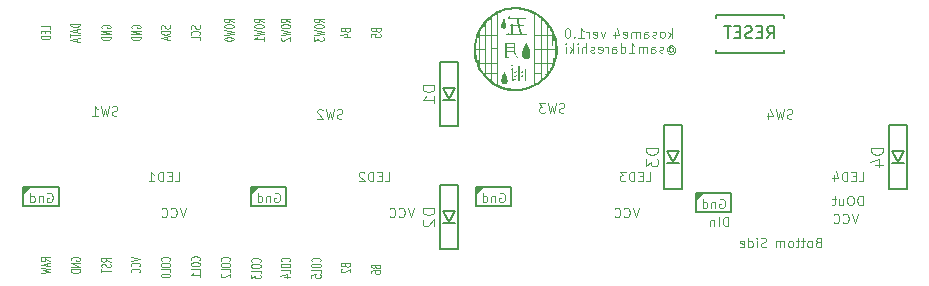
<source format=gbo>
G04 #@! TF.GenerationSoftware,KiCad,Pcbnew,(7.0.0)*
G04 #@! TF.CreationDate,2023-03-28T15:00:26+09:00*
G04 #@! TF.ProjectId,kosame4,6b6f7361-6d65-4342-9e6b-696361645f70,rev?*
G04 #@! TF.SameCoordinates,Original*
G04 #@! TF.FileFunction,Legend,Bot*
G04 #@! TF.FilePolarity,Positive*
%FSLAX46Y46*%
G04 Gerber Fmt 4.6, Leading zero omitted, Abs format (unit mm)*
G04 Created by KiCad (PCBNEW (7.0.0)) date 2023-03-28 15:00:26*
%MOMM*%
%LPD*%
G01*
G04 APERTURE LIST*
%ADD10C,0.100000*%
%ADD11C,0.125000*%
%ADD12C,0.150000*%
%ADD13C,0.200000*%
G04 APERTURE END LIST*
D10*
X79095619Y-29759809D02*
X78981333Y-29797904D01*
X78981333Y-29797904D02*
X78790857Y-29797904D01*
X78790857Y-29797904D02*
X78714666Y-29759809D01*
X78714666Y-29759809D02*
X78676571Y-29721714D01*
X78676571Y-29721714D02*
X78638476Y-29645523D01*
X78638476Y-29645523D02*
X78638476Y-29569333D01*
X78638476Y-29569333D02*
X78676571Y-29493142D01*
X78676571Y-29493142D02*
X78714666Y-29455047D01*
X78714666Y-29455047D02*
X78790857Y-29416952D01*
X78790857Y-29416952D02*
X78943238Y-29378857D01*
X78943238Y-29378857D02*
X79019428Y-29340761D01*
X79019428Y-29340761D02*
X79057523Y-29302666D01*
X79057523Y-29302666D02*
X79095619Y-29226476D01*
X79095619Y-29226476D02*
X79095619Y-29150285D01*
X79095619Y-29150285D02*
X79057523Y-29074095D01*
X79057523Y-29074095D02*
X79019428Y-29036000D01*
X79019428Y-29036000D02*
X78943238Y-28997904D01*
X78943238Y-28997904D02*
X78752761Y-28997904D01*
X78752761Y-28997904D02*
X78638476Y-29036000D01*
X78371809Y-28997904D02*
X78181333Y-29797904D01*
X78181333Y-29797904D02*
X78028952Y-29226476D01*
X78028952Y-29226476D02*
X77876571Y-29797904D01*
X77876571Y-29797904D02*
X77686095Y-28997904D01*
X77457523Y-28997904D02*
X76962285Y-28997904D01*
X76962285Y-28997904D02*
X77228951Y-29302666D01*
X77228951Y-29302666D02*
X77114666Y-29302666D01*
X77114666Y-29302666D02*
X77038475Y-29340761D01*
X77038475Y-29340761D02*
X77000380Y-29378857D01*
X77000380Y-29378857D02*
X76962285Y-29455047D01*
X76962285Y-29455047D02*
X76962285Y-29645523D01*
X76962285Y-29645523D02*
X77000380Y-29721714D01*
X77000380Y-29721714D02*
X77038475Y-29759809D01*
X77038475Y-29759809D02*
X77114666Y-29797904D01*
X77114666Y-29797904D02*
X77343237Y-29797904D01*
X77343237Y-29797904D02*
X77419428Y-29759809D01*
X77419428Y-29759809D02*
X77457523Y-29721714D01*
X41249619Y-30013809D02*
X41135333Y-30051904D01*
X41135333Y-30051904D02*
X40944857Y-30051904D01*
X40944857Y-30051904D02*
X40868666Y-30013809D01*
X40868666Y-30013809D02*
X40830571Y-29975714D01*
X40830571Y-29975714D02*
X40792476Y-29899523D01*
X40792476Y-29899523D02*
X40792476Y-29823333D01*
X40792476Y-29823333D02*
X40830571Y-29747142D01*
X40830571Y-29747142D02*
X40868666Y-29709047D01*
X40868666Y-29709047D02*
X40944857Y-29670952D01*
X40944857Y-29670952D02*
X41097238Y-29632857D01*
X41097238Y-29632857D02*
X41173428Y-29594761D01*
X41173428Y-29594761D02*
X41211523Y-29556666D01*
X41211523Y-29556666D02*
X41249619Y-29480476D01*
X41249619Y-29480476D02*
X41249619Y-29404285D01*
X41249619Y-29404285D02*
X41211523Y-29328095D01*
X41211523Y-29328095D02*
X41173428Y-29290000D01*
X41173428Y-29290000D02*
X41097238Y-29251904D01*
X41097238Y-29251904D02*
X40906761Y-29251904D01*
X40906761Y-29251904D02*
X40792476Y-29290000D01*
X40525809Y-29251904D02*
X40335333Y-30051904D01*
X40335333Y-30051904D02*
X40182952Y-29480476D01*
X40182952Y-29480476D02*
X40030571Y-30051904D01*
X40030571Y-30051904D02*
X39840095Y-29251904D01*
X39116285Y-30051904D02*
X39573428Y-30051904D01*
X39344856Y-30051904D02*
X39344856Y-29251904D01*
X39344856Y-29251904D02*
X39421047Y-29366190D01*
X39421047Y-29366190D02*
X39497237Y-29442380D01*
X39497237Y-29442380D02*
X39573428Y-29480476D01*
X98399619Y-30267809D02*
X98285333Y-30305904D01*
X98285333Y-30305904D02*
X98094857Y-30305904D01*
X98094857Y-30305904D02*
X98018666Y-30267809D01*
X98018666Y-30267809D02*
X97980571Y-30229714D01*
X97980571Y-30229714D02*
X97942476Y-30153523D01*
X97942476Y-30153523D02*
X97942476Y-30077333D01*
X97942476Y-30077333D02*
X97980571Y-30001142D01*
X97980571Y-30001142D02*
X98018666Y-29963047D01*
X98018666Y-29963047D02*
X98094857Y-29924952D01*
X98094857Y-29924952D02*
X98247238Y-29886857D01*
X98247238Y-29886857D02*
X98323428Y-29848761D01*
X98323428Y-29848761D02*
X98361523Y-29810666D01*
X98361523Y-29810666D02*
X98399619Y-29734476D01*
X98399619Y-29734476D02*
X98399619Y-29658285D01*
X98399619Y-29658285D02*
X98361523Y-29582095D01*
X98361523Y-29582095D02*
X98323428Y-29544000D01*
X98323428Y-29544000D02*
X98247238Y-29505904D01*
X98247238Y-29505904D02*
X98056761Y-29505904D01*
X98056761Y-29505904D02*
X97942476Y-29544000D01*
X97675809Y-29505904D02*
X97485333Y-30305904D01*
X97485333Y-30305904D02*
X97332952Y-29734476D01*
X97332952Y-29734476D02*
X97180571Y-30305904D01*
X97180571Y-30305904D02*
X96990095Y-29505904D01*
X96342475Y-29772571D02*
X96342475Y-30305904D01*
X96532951Y-29467809D02*
X96723428Y-30039238D01*
X96723428Y-30039238D02*
X96228189Y-30039238D01*
X87960285Y-24336952D02*
X87998380Y-24298857D01*
X87998380Y-24298857D02*
X88074571Y-24260761D01*
X88074571Y-24260761D02*
X88150761Y-24260761D01*
X88150761Y-24260761D02*
X88226952Y-24298857D01*
X88226952Y-24298857D02*
X88265047Y-24336952D01*
X88265047Y-24336952D02*
X88303142Y-24413142D01*
X88303142Y-24413142D02*
X88303142Y-24489333D01*
X88303142Y-24489333D02*
X88265047Y-24565523D01*
X88265047Y-24565523D02*
X88226952Y-24603619D01*
X88226952Y-24603619D02*
X88150761Y-24641714D01*
X88150761Y-24641714D02*
X88074571Y-24641714D01*
X88074571Y-24641714D02*
X87998380Y-24603619D01*
X87998380Y-24603619D02*
X87960285Y-24565523D01*
X87960285Y-24260761D02*
X87960285Y-24565523D01*
X87960285Y-24565523D02*
X87922190Y-24603619D01*
X87922190Y-24603619D02*
X87884095Y-24603619D01*
X87884095Y-24603619D02*
X87807904Y-24565523D01*
X87807904Y-24565523D02*
X87769809Y-24489333D01*
X87769809Y-24489333D02*
X87769809Y-24298857D01*
X87769809Y-24298857D02*
X87846000Y-24184571D01*
X87846000Y-24184571D02*
X87960285Y-24108380D01*
X87960285Y-24108380D02*
X88112666Y-24070285D01*
X88112666Y-24070285D02*
X88265047Y-24108380D01*
X88265047Y-24108380D02*
X88379333Y-24184571D01*
X88379333Y-24184571D02*
X88455523Y-24298857D01*
X88455523Y-24298857D02*
X88493619Y-24451238D01*
X88493619Y-24451238D02*
X88455523Y-24603619D01*
X88455523Y-24603619D02*
X88379333Y-24717904D01*
X88379333Y-24717904D02*
X88265047Y-24794095D01*
X88265047Y-24794095D02*
X88112666Y-24832190D01*
X88112666Y-24832190D02*
X87960285Y-24794095D01*
X87960285Y-24794095D02*
X87846000Y-24717904D01*
X87465048Y-24679809D02*
X87388857Y-24717904D01*
X87388857Y-24717904D02*
X87236476Y-24717904D01*
X87236476Y-24717904D02*
X87160286Y-24679809D01*
X87160286Y-24679809D02*
X87122190Y-24603619D01*
X87122190Y-24603619D02*
X87122190Y-24565523D01*
X87122190Y-24565523D02*
X87160286Y-24489333D01*
X87160286Y-24489333D02*
X87236476Y-24451238D01*
X87236476Y-24451238D02*
X87350762Y-24451238D01*
X87350762Y-24451238D02*
X87426952Y-24413142D01*
X87426952Y-24413142D02*
X87465048Y-24336952D01*
X87465048Y-24336952D02*
X87465048Y-24298857D01*
X87465048Y-24298857D02*
X87426952Y-24222666D01*
X87426952Y-24222666D02*
X87350762Y-24184571D01*
X87350762Y-24184571D02*
X87236476Y-24184571D01*
X87236476Y-24184571D02*
X87160286Y-24222666D01*
X86436476Y-24717904D02*
X86436476Y-24298857D01*
X86436476Y-24298857D02*
X86474571Y-24222666D01*
X86474571Y-24222666D02*
X86550762Y-24184571D01*
X86550762Y-24184571D02*
X86703143Y-24184571D01*
X86703143Y-24184571D02*
X86779333Y-24222666D01*
X86436476Y-24679809D02*
X86512667Y-24717904D01*
X86512667Y-24717904D02*
X86703143Y-24717904D01*
X86703143Y-24717904D02*
X86779333Y-24679809D01*
X86779333Y-24679809D02*
X86817429Y-24603619D01*
X86817429Y-24603619D02*
X86817429Y-24527428D01*
X86817429Y-24527428D02*
X86779333Y-24451238D01*
X86779333Y-24451238D02*
X86703143Y-24413142D01*
X86703143Y-24413142D02*
X86512667Y-24413142D01*
X86512667Y-24413142D02*
X86436476Y-24375047D01*
X86055523Y-24717904D02*
X86055523Y-24184571D01*
X86055523Y-24260761D02*
X86017428Y-24222666D01*
X86017428Y-24222666D02*
X85941238Y-24184571D01*
X85941238Y-24184571D02*
X85826952Y-24184571D01*
X85826952Y-24184571D02*
X85750761Y-24222666D01*
X85750761Y-24222666D02*
X85712666Y-24298857D01*
X85712666Y-24298857D02*
X85712666Y-24717904D01*
X85712666Y-24298857D02*
X85674571Y-24222666D01*
X85674571Y-24222666D02*
X85598380Y-24184571D01*
X85598380Y-24184571D02*
X85484095Y-24184571D01*
X85484095Y-24184571D02*
X85407904Y-24222666D01*
X85407904Y-24222666D02*
X85369809Y-24298857D01*
X85369809Y-24298857D02*
X85369809Y-24717904D01*
X84569809Y-24717904D02*
X85026952Y-24717904D01*
X84798380Y-24717904D02*
X84798380Y-23917904D01*
X84798380Y-23917904D02*
X84874571Y-24032190D01*
X84874571Y-24032190D02*
X84950761Y-24108380D01*
X84950761Y-24108380D02*
X85026952Y-24146476D01*
X83884094Y-24717904D02*
X83884094Y-23917904D01*
X83884094Y-24679809D02*
X83960285Y-24717904D01*
X83960285Y-24717904D02*
X84112666Y-24717904D01*
X84112666Y-24717904D02*
X84188856Y-24679809D01*
X84188856Y-24679809D02*
X84226951Y-24641714D01*
X84226951Y-24641714D02*
X84265047Y-24565523D01*
X84265047Y-24565523D02*
X84265047Y-24336952D01*
X84265047Y-24336952D02*
X84226951Y-24260761D01*
X84226951Y-24260761D02*
X84188856Y-24222666D01*
X84188856Y-24222666D02*
X84112666Y-24184571D01*
X84112666Y-24184571D02*
X83960285Y-24184571D01*
X83960285Y-24184571D02*
X83884094Y-24222666D01*
X83160284Y-24717904D02*
X83160284Y-24298857D01*
X83160284Y-24298857D02*
X83198379Y-24222666D01*
X83198379Y-24222666D02*
X83274570Y-24184571D01*
X83274570Y-24184571D02*
X83426951Y-24184571D01*
X83426951Y-24184571D02*
X83503141Y-24222666D01*
X83160284Y-24679809D02*
X83236475Y-24717904D01*
X83236475Y-24717904D02*
X83426951Y-24717904D01*
X83426951Y-24717904D02*
X83503141Y-24679809D01*
X83503141Y-24679809D02*
X83541237Y-24603619D01*
X83541237Y-24603619D02*
X83541237Y-24527428D01*
X83541237Y-24527428D02*
X83503141Y-24451238D01*
X83503141Y-24451238D02*
X83426951Y-24413142D01*
X83426951Y-24413142D02*
X83236475Y-24413142D01*
X83236475Y-24413142D02*
X83160284Y-24375047D01*
X82779331Y-24717904D02*
X82779331Y-24184571D01*
X82779331Y-24336952D02*
X82741236Y-24260761D01*
X82741236Y-24260761D02*
X82703141Y-24222666D01*
X82703141Y-24222666D02*
X82626950Y-24184571D01*
X82626950Y-24184571D02*
X82550760Y-24184571D01*
X81979331Y-24679809D02*
X82055522Y-24717904D01*
X82055522Y-24717904D02*
X82207903Y-24717904D01*
X82207903Y-24717904D02*
X82284093Y-24679809D01*
X82284093Y-24679809D02*
X82322189Y-24603619D01*
X82322189Y-24603619D02*
X82322189Y-24298857D01*
X82322189Y-24298857D02*
X82284093Y-24222666D01*
X82284093Y-24222666D02*
X82207903Y-24184571D01*
X82207903Y-24184571D02*
X82055522Y-24184571D01*
X82055522Y-24184571D02*
X81979331Y-24222666D01*
X81979331Y-24222666D02*
X81941236Y-24298857D01*
X81941236Y-24298857D02*
X81941236Y-24375047D01*
X81941236Y-24375047D02*
X82322189Y-24451238D01*
X81636475Y-24679809D02*
X81560284Y-24717904D01*
X81560284Y-24717904D02*
X81407903Y-24717904D01*
X81407903Y-24717904D02*
X81331713Y-24679809D01*
X81331713Y-24679809D02*
X81293617Y-24603619D01*
X81293617Y-24603619D02*
X81293617Y-24565523D01*
X81293617Y-24565523D02*
X81331713Y-24489333D01*
X81331713Y-24489333D02*
X81407903Y-24451238D01*
X81407903Y-24451238D02*
X81522189Y-24451238D01*
X81522189Y-24451238D02*
X81598379Y-24413142D01*
X81598379Y-24413142D02*
X81636475Y-24336952D01*
X81636475Y-24336952D02*
X81636475Y-24298857D01*
X81636475Y-24298857D02*
X81598379Y-24222666D01*
X81598379Y-24222666D02*
X81522189Y-24184571D01*
X81522189Y-24184571D02*
X81407903Y-24184571D01*
X81407903Y-24184571D02*
X81331713Y-24222666D01*
X80950760Y-24717904D02*
X80950760Y-23917904D01*
X80607903Y-24717904D02*
X80607903Y-24298857D01*
X80607903Y-24298857D02*
X80645998Y-24222666D01*
X80645998Y-24222666D02*
X80722189Y-24184571D01*
X80722189Y-24184571D02*
X80836475Y-24184571D01*
X80836475Y-24184571D02*
X80912665Y-24222666D01*
X80912665Y-24222666D02*
X80950760Y-24260761D01*
X80226950Y-24717904D02*
X80226950Y-24184571D01*
X80226950Y-23917904D02*
X80265046Y-23956000D01*
X80265046Y-23956000D02*
X80226950Y-23994095D01*
X80226950Y-23994095D02*
X80188855Y-23956000D01*
X80188855Y-23956000D02*
X80226950Y-23917904D01*
X80226950Y-23917904D02*
X80226950Y-23994095D01*
X79845998Y-24717904D02*
X79845998Y-23917904D01*
X79769808Y-24413142D02*
X79541236Y-24717904D01*
X79541236Y-24184571D02*
X79845998Y-24489333D01*
X79198379Y-24717904D02*
X79198379Y-24184571D01*
X79198379Y-23917904D02*
X79236475Y-23956000D01*
X79236475Y-23956000D02*
X79198379Y-23994095D01*
X79198379Y-23994095D02*
X79160284Y-23956000D01*
X79160284Y-23956000D02*
X79198379Y-23917904D01*
X79198379Y-23917904D02*
X79198379Y-23994095D01*
X88201523Y-23447904D02*
X88201523Y-22647904D01*
X88125333Y-23143142D02*
X87896761Y-23447904D01*
X87896761Y-22914571D02*
X88201523Y-23219333D01*
X87439619Y-23447904D02*
X87515809Y-23409809D01*
X87515809Y-23409809D02*
X87553904Y-23371714D01*
X87553904Y-23371714D02*
X87592000Y-23295523D01*
X87592000Y-23295523D02*
X87592000Y-23066952D01*
X87592000Y-23066952D02*
X87553904Y-22990761D01*
X87553904Y-22990761D02*
X87515809Y-22952666D01*
X87515809Y-22952666D02*
X87439619Y-22914571D01*
X87439619Y-22914571D02*
X87325333Y-22914571D01*
X87325333Y-22914571D02*
X87249142Y-22952666D01*
X87249142Y-22952666D02*
X87211047Y-22990761D01*
X87211047Y-22990761D02*
X87172952Y-23066952D01*
X87172952Y-23066952D02*
X87172952Y-23295523D01*
X87172952Y-23295523D02*
X87211047Y-23371714D01*
X87211047Y-23371714D02*
X87249142Y-23409809D01*
X87249142Y-23409809D02*
X87325333Y-23447904D01*
X87325333Y-23447904D02*
X87439619Y-23447904D01*
X86868190Y-23409809D02*
X86791999Y-23447904D01*
X86791999Y-23447904D02*
X86639618Y-23447904D01*
X86639618Y-23447904D02*
X86563428Y-23409809D01*
X86563428Y-23409809D02*
X86525332Y-23333619D01*
X86525332Y-23333619D02*
X86525332Y-23295523D01*
X86525332Y-23295523D02*
X86563428Y-23219333D01*
X86563428Y-23219333D02*
X86639618Y-23181238D01*
X86639618Y-23181238D02*
X86753904Y-23181238D01*
X86753904Y-23181238D02*
X86830094Y-23143142D01*
X86830094Y-23143142D02*
X86868190Y-23066952D01*
X86868190Y-23066952D02*
X86868190Y-23028857D01*
X86868190Y-23028857D02*
X86830094Y-22952666D01*
X86830094Y-22952666D02*
X86753904Y-22914571D01*
X86753904Y-22914571D02*
X86639618Y-22914571D01*
X86639618Y-22914571D02*
X86563428Y-22952666D01*
X85839618Y-23447904D02*
X85839618Y-23028857D01*
X85839618Y-23028857D02*
X85877713Y-22952666D01*
X85877713Y-22952666D02*
X85953904Y-22914571D01*
X85953904Y-22914571D02*
X86106285Y-22914571D01*
X86106285Y-22914571D02*
X86182475Y-22952666D01*
X85839618Y-23409809D02*
X85915809Y-23447904D01*
X85915809Y-23447904D02*
X86106285Y-23447904D01*
X86106285Y-23447904D02*
X86182475Y-23409809D01*
X86182475Y-23409809D02*
X86220571Y-23333619D01*
X86220571Y-23333619D02*
X86220571Y-23257428D01*
X86220571Y-23257428D02*
X86182475Y-23181238D01*
X86182475Y-23181238D02*
X86106285Y-23143142D01*
X86106285Y-23143142D02*
X85915809Y-23143142D01*
X85915809Y-23143142D02*
X85839618Y-23105047D01*
X85458665Y-23447904D02*
X85458665Y-22914571D01*
X85458665Y-22990761D02*
X85420570Y-22952666D01*
X85420570Y-22952666D02*
X85344380Y-22914571D01*
X85344380Y-22914571D02*
X85230094Y-22914571D01*
X85230094Y-22914571D02*
X85153903Y-22952666D01*
X85153903Y-22952666D02*
X85115808Y-23028857D01*
X85115808Y-23028857D02*
X85115808Y-23447904D01*
X85115808Y-23028857D02*
X85077713Y-22952666D01*
X85077713Y-22952666D02*
X85001522Y-22914571D01*
X85001522Y-22914571D02*
X84887237Y-22914571D01*
X84887237Y-22914571D02*
X84811046Y-22952666D01*
X84811046Y-22952666D02*
X84772951Y-23028857D01*
X84772951Y-23028857D02*
X84772951Y-23447904D01*
X84087236Y-23409809D02*
X84163427Y-23447904D01*
X84163427Y-23447904D02*
X84315808Y-23447904D01*
X84315808Y-23447904D02*
X84391998Y-23409809D01*
X84391998Y-23409809D02*
X84430094Y-23333619D01*
X84430094Y-23333619D02*
X84430094Y-23028857D01*
X84430094Y-23028857D02*
X84391998Y-22952666D01*
X84391998Y-22952666D02*
X84315808Y-22914571D01*
X84315808Y-22914571D02*
X84163427Y-22914571D01*
X84163427Y-22914571D02*
X84087236Y-22952666D01*
X84087236Y-22952666D02*
X84049141Y-23028857D01*
X84049141Y-23028857D02*
X84049141Y-23105047D01*
X84049141Y-23105047D02*
X84430094Y-23181238D01*
X83363427Y-22914571D02*
X83363427Y-23447904D01*
X83553903Y-22609809D02*
X83744380Y-23181238D01*
X83744380Y-23181238D02*
X83249141Y-23181238D01*
X82540570Y-22914571D02*
X82350094Y-23447904D01*
X82350094Y-23447904D02*
X82159617Y-22914571D01*
X81550093Y-23409809D02*
X81626284Y-23447904D01*
X81626284Y-23447904D02*
X81778665Y-23447904D01*
X81778665Y-23447904D02*
X81854855Y-23409809D01*
X81854855Y-23409809D02*
X81892951Y-23333619D01*
X81892951Y-23333619D02*
X81892951Y-23028857D01*
X81892951Y-23028857D02*
X81854855Y-22952666D01*
X81854855Y-22952666D02*
X81778665Y-22914571D01*
X81778665Y-22914571D02*
X81626284Y-22914571D01*
X81626284Y-22914571D02*
X81550093Y-22952666D01*
X81550093Y-22952666D02*
X81511998Y-23028857D01*
X81511998Y-23028857D02*
X81511998Y-23105047D01*
X81511998Y-23105047D02*
X81892951Y-23181238D01*
X81169141Y-23447904D02*
X81169141Y-22914571D01*
X81169141Y-23066952D02*
X81131046Y-22990761D01*
X81131046Y-22990761D02*
X81092951Y-22952666D01*
X81092951Y-22952666D02*
X81016760Y-22914571D01*
X81016760Y-22914571D02*
X80940570Y-22914571D01*
X80254856Y-23447904D02*
X80711999Y-23447904D01*
X80483427Y-23447904D02*
X80483427Y-22647904D01*
X80483427Y-22647904D02*
X80559618Y-22762190D01*
X80559618Y-22762190D02*
X80635808Y-22838380D01*
X80635808Y-22838380D02*
X80711999Y-22876476D01*
X79911998Y-23371714D02*
X79873903Y-23409809D01*
X79873903Y-23409809D02*
X79911998Y-23447904D01*
X79911998Y-23447904D02*
X79950094Y-23409809D01*
X79950094Y-23409809D02*
X79911998Y-23371714D01*
X79911998Y-23371714D02*
X79911998Y-23447904D01*
X79378665Y-22647904D02*
X79302475Y-22647904D01*
X79302475Y-22647904D02*
X79226284Y-22686000D01*
X79226284Y-22686000D02*
X79188189Y-22724095D01*
X79188189Y-22724095D02*
X79150094Y-22800285D01*
X79150094Y-22800285D02*
X79111999Y-22952666D01*
X79111999Y-22952666D02*
X79111999Y-23143142D01*
X79111999Y-23143142D02*
X79150094Y-23295523D01*
X79150094Y-23295523D02*
X79188189Y-23371714D01*
X79188189Y-23371714D02*
X79226284Y-23409809D01*
X79226284Y-23409809D02*
X79302475Y-23447904D01*
X79302475Y-23447904D02*
X79378665Y-23447904D01*
X79378665Y-23447904D02*
X79454856Y-23409809D01*
X79454856Y-23409809D02*
X79492951Y-23371714D01*
X79492951Y-23371714D02*
X79531046Y-23295523D01*
X79531046Y-23295523D02*
X79569142Y-23143142D01*
X79569142Y-23143142D02*
X79569142Y-22952666D01*
X79569142Y-22952666D02*
X79531046Y-22800285D01*
X79531046Y-22800285D02*
X79492951Y-22724095D01*
X79492951Y-22724095D02*
X79454856Y-22686000D01*
X79454856Y-22686000D02*
X79378665Y-22647904D01*
X60299619Y-30267809D02*
X60185333Y-30305904D01*
X60185333Y-30305904D02*
X59994857Y-30305904D01*
X59994857Y-30305904D02*
X59918666Y-30267809D01*
X59918666Y-30267809D02*
X59880571Y-30229714D01*
X59880571Y-30229714D02*
X59842476Y-30153523D01*
X59842476Y-30153523D02*
X59842476Y-30077333D01*
X59842476Y-30077333D02*
X59880571Y-30001142D01*
X59880571Y-30001142D02*
X59918666Y-29963047D01*
X59918666Y-29963047D02*
X59994857Y-29924952D01*
X59994857Y-29924952D02*
X60147238Y-29886857D01*
X60147238Y-29886857D02*
X60223428Y-29848761D01*
X60223428Y-29848761D02*
X60261523Y-29810666D01*
X60261523Y-29810666D02*
X60299619Y-29734476D01*
X60299619Y-29734476D02*
X60299619Y-29658285D01*
X60299619Y-29658285D02*
X60261523Y-29582095D01*
X60261523Y-29582095D02*
X60223428Y-29544000D01*
X60223428Y-29544000D02*
X60147238Y-29505904D01*
X60147238Y-29505904D02*
X59956761Y-29505904D01*
X59956761Y-29505904D02*
X59842476Y-29544000D01*
X59575809Y-29505904D02*
X59385333Y-30305904D01*
X59385333Y-30305904D02*
X59232952Y-29734476D01*
X59232952Y-29734476D02*
X59080571Y-30305904D01*
X59080571Y-30305904D02*
X58890095Y-29505904D01*
X58623428Y-29582095D02*
X58585332Y-29544000D01*
X58585332Y-29544000D02*
X58509142Y-29505904D01*
X58509142Y-29505904D02*
X58318666Y-29505904D01*
X58318666Y-29505904D02*
X58242475Y-29544000D01*
X58242475Y-29544000D02*
X58204380Y-29582095D01*
X58204380Y-29582095D02*
X58166285Y-29658285D01*
X58166285Y-29658285D02*
X58166285Y-29734476D01*
X58166285Y-29734476D02*
X58204380Y-29848761D01*
X58204380Y-29848761D02*
X58661523Y-30305904D01*
X58661523Y-30305904D02*
X58166285Y-30305904D01*
X63887238Y-35599904D02*
X64268190Y-35599904D01*
X64268190Y-35599904D02*
X64268190Y-34799904D01*
X63620571Y-35180857D02*
X63353905Y-35180857D01*
X63239619Y-35599904D02*
X63620571Y-35599904D01*
X63620571Y-35599904D02*
X63620571Y-34799904D01*
X63620571Y-34799904D02*
X63239619Y-34799904D01*
X62896761Y-35599904D02*
X62896761Y-34799904D01*
X62896761Y-34799904D02*
X62706285Y-34799904D01*
X62706285Y-34799904D02*
X62591999Y-34838000D01*
X62591999Y-34838000D02*
X62515809Y-34914190D01*
X62515809Y-34914190D02*
X62477714Y-34990380D01*
X62477714Y-34990380D02*
X62439618Y-35142761D01*
X62439618Y-35142761D02*
X62439618Y-35257047D01*
X62439618Y-35257047D02*
X62477714Y-35409428D01*
X62477714Y-35409428D02*
X62515809Y-35485619D01*
X62515809Y-35485619D02*
X62591999Y-35561809D01*
X62591999Y-35561809D02*
X62706285Y-35599904D01*
X62706285Y-35599904D02*
X62896761Y-35599904D01*
X62134857Y-34876095D02*
X62096761Y-34838000D01*
X62096761Y-34838000D02*
X62020571Y-34799904D01*
X62020571Y-34799904D02*
X61830095Y-34799904D01*
X61830095Y-34799904D02*
X61753904Y-34838000D01*
X61753904Y-34838000D02*
X61715809Y-34876095D01*
X61715809Y-34876095D02*
X61677714Y-34952285D01*
X61677714Y-34952285D02*
X61677714Y-35028476D01*
X61677714Y-35028476D02*
X61715809Y-35142761D01*
X61715809Y-35142761D02*
X62172952Y-35599904D01*
X62172952Y-35599904D02*
X61677714Y-35599904D01*
X54574286Y-36616000D02*
X54650476Y-36577904D01*
X54650476Y-36577904D02*
X54764762Y-36577904D01*
X54764762Y-36577904D02*
X54879048Y-36616000D01*
X54879048Y-36616000D02*
X54955238Y-36692190D01*
X54955238Y-36692190D02*
X54993333Y-36768380D01*
X54993333Y-36768380D02*
X55031429Y-36920761D01*
X55031429Y-36920761D02*
X55031429Y-37035047D01*
X55031429Y-37035047D02*
X54993333Y-37187428D01*
X54993333Y-37187428D02*
X54955238Y-37263619D01*
X54955238Y-37263619D02*
X54879048Y-37339809D01*
X54879048Y-37339809D02*
X54764762Y-37377904D01*
X54764762Y-37377904D02*
X54688571Y-37377904D01*
X54688571Y-37377904D02*
X54574286Y-37339809D01*
X54574286Y-37339809D02*
X54536190Y-37301714D01*
X54536190Y-37301714D02*
X54536190Y-37035047D01*
X54536190Y-37035047D02*
X54688571Y-37035047D01*
X54193333Y-36844571D02*
X54193333Y-37377904D01*
X54193333Y-36920761D02*
X54155238Y-36882666D01*
X54155238Y-36882666D02*
X54079048Y-36844571D01*
X54079048Y-36844571D02*
X53964762Y-36844571D01*
X53964762Y-36844571D02*
X53888571Y-36882666D01*
X53888571Y-36882666D02*
X53850476Y-36958857D01*
X53850476Y-36958857D02*
X53850476Y-37377904D01*
X53126666Y-37377904D02*
X53126666Y-36577904D01*
X53126666Y-37339809D02*
X53202857Y-37377904D01*
X53202857Y-37377904D02*
X53355238Y-37377904D01*
X53355238Y-37377904D02*
X53431428Y-37339809D01*
X53431428Y-37339809D02*
X53469523Y-37301714D01*
X53469523Y-37301714D02*
X53507619Y-37225523D01*
X53507619Y-37225523D02*
X53507619Y-36996952D01*
X53507619Y-36996952D02*
X53469523Y-36920761D01*
X53469523Y-36920761D02*
X53431428Y-36882666D01*
X53431428Y-36882666D02*
X53355238Y-36844571D01*
X53355238Y-36844571D02*
X53202857Y-36844571D01*
X53202857Y-36844571D02*
X53126666Y-36882666D01*
X66344666Y-37823904D02*
X66077999Y-38623904D01*
X66077999Y-38623904D02*
X65811333Y-37823904D01*
X65087523Y-38547714D02*
X65125619Y-38585809D01*
X65125619Y-38585809D02*
X65239904Y-38623904D01*
X65239904Y-38623904D02*
X65316095Y-38623904D01*
X65316095Y-38623904D02*
X65430381Y-38585809D01*
X65430381Y-38585809D02*
X65506571Y-38509619D01*
X65506571Y-38509619D02*
X65544666Y-38433428D01*
X65544666Y-38433428D02*
X65582762Y-38281047D01*
X65582762Y-38281047D02*
X65582762Y-38166761D01*
X65582762Y-38166761D02*
X65544666Y-38014380D01*
X65544666Y-38014380D02*
X65506571Y-37938190D01*
X65506571Y-37938190D02*
X65430381Y-37862000D01*
X65430381Y-37862000D02*
X65316095Y-37823904D01*
X65316095Y-37823904D02*
X65239904Y-37823904D01*
X65239904Y-37823904D02*
X65125619Y-37862000D01*
X65125619Y-37862000D02*
X65087523Y-37900095D01*
X64287523Y-38547714D02*
X64325619Y-38585809D01*
X64325619Y-38585809D02*
X64439904Y-38623904D01*
X64439904Y-38623904D02*
X64516095Y-38623904D01*
X64516095Y-38623904D02*
X64630381Y-38585809D01*
X64630381Y-38585809D02*
X64706571Y-38509619D01*
X64706571Y-38509619D02*
X64744666Y-38433428D01*
X64744666Y-38433428D02*
X64782762Y-38281047D01*
X64782762Y-38281047D02*
X64782762Y-38166761D01*
X64782762Y-38166761D02*
X64744666Y-38014380D01*
X64744666Y-38014380D02*
X64706571Y-37938190D01*
X64706571Y-37938190D02*
X64630381Y-37862000D01*
X64630381Y-37862000D02*
X64516095Y-37823904D01*
X64516095Y-37823904D02*
X64439904Y-37823904D01*
X64439904Y-37823904D02*
X64325619Y-37862000D01*
X64325619Y-37862000D02*
X64287523Y-37900095D01*
D11*
X68079380Y-27458905D02*
X67079380Y-27458905D01*
X67079380Y-27458905D02*
X67079380Y-27697000D01*
X67079380Y-27697000D02*
X67127000Y-27839857D01*
X67127000Y-27839857D02*
X67222238Y-27935095D01*
X67222238Y-27935095D02*
X67317476Y-27982714D01*
X67317476Y-27982714D02*
X67507952Y-28030333D01*
X67507952Y-28030333D02*
X67650809Y-28030333D01*
X67650809Y-28030333D02*
X67841285Y-27982714D01*
X67841285Y-27982714D02*
X67936523Y-27935095D01*
X67936523Y-27935095D02*
X68031761Y-27839857D01*
X68031761Y-27839857D02*
X68079380Y-27697000D01*
X68079380Y-27697000D02*
X68079380Y-27458905D01*
X68079380Y-28982714D02*
X68079380Y-28411286D01*
X68079380Y-28697000D02*
X67079380Y-28697000D01*
X67079380Y-28697000D02*
X67222238Y-28601762D01*
X67222238Y-28601762D02*
X67317476Y-28506524D01*
X67317476Y-28506524D02*
X67365095Y-28411286D01*
X55864404Y-22116247D02*
X55483452Y-21949581D01*
X55864404Y-21830533D02*
X55064404Y-21830533D01*
X55064404Y-21830533D02*
X55064404Y-22021009D01*
X55064404Y-22021009D02*
X55102500Y-22068628D01*
X55102500Y-22068628D02*
X55140595Y-22092438D01*
X55140595Y-22092438D02*
X55216785Y-22116247D01*
X55216785Y-22116247D02*
X55331071Y-22116247D01*
X55331071Y-22116247D02*
X55407261Y-22092438D01*
X55407261Y-22092438D02*
X55445357Y-22068628D01*
X55445357Y-22068628D02*
X55483452Y-22021009D01*
X55483452Y-22021009D02*
X55483452Y-21830533D01*
X55064404Y-22425771D02*
X55064404Y-22521009D01*
X55064404Y-22521009D02*
X55102500Y-22568628D01*
X55102500Y-22568628D02*
X55178690Y-22616247D01*
X55178690Y-22616247D02*
X55331071Y-22640057D01*
X55331071Y-22640057D02*
X55597738Y-22640057D01*
X55597738Y-22640057D02*
X55750119Y-22616247D01*
X55750119Y-22616247D02*
X55826309Y-22568628D01*
X55826309Y-22568628D02*
X55864404Y-22521009D01*
X55864404Y-22521009D02*
X55864404Y-22425771D01*
X55864404Y-22425771D02*
X55826309Y-22378152D01*
X55826309Y-22378152D02*
X55750119Y-22330533D01*
X55750119Y-22330533D02*
X55597738Y-22306724D01*
X55597738Y-22306724D02*
X55331071Y-22306724D01*
X55331071Y-22306724D02*
X55178690Y-22330533D01*
X55178690Y-22330533D02*
X55102500Y-22378152D01*
X55102500Y-22378152D02*
X55064404Y-22425771D01*
X55064404Y-22806724D02*
X55864404Y-22925772D01*
X55864404Y-22925772D02*
X55292976Y-23021010D01*
X55292976Y-23021010D02*
X55864404Y-23116248D01*
X55864404Y-23116248D02*
X55064404Y-23235296D01*
X55140595Y-23401963D02*
X55102500Y-23425772D01*
X55102500Y-23425772D02*
X55064404Y-23473391D01*
X55064404Y-23473391D02*
X55064404Y-23592439D01*
X55064404Y-23592439D02*
X55102500Y-23640058D01*
X55102500Y-23640058D02*
X55140595Y-23663867D01*
X55140595Y-23663867D02*
X55216785Y-23687677D01*
X55216785Y-23687677D02*
X55292976Y-23687677D01*
X55292976Y-23687677D02*
X55407261Y-23663867D01*
X55407261Y-23663867D02*
X55864404Y-23378153D01*
X55864404Y-23378153D02*
X55864404Y-23687677D01*
X35536404Y-22677321D02*
X35536404Y-22439226D01*
X35536404Y-22439226D02*
X34736404Y-22439226D01*
X35117357Y-22843988D02*
X35117357Y-23010655D01*
X35536404Y-23082083D02*
X35536404Y-22843988D01*
X35536404Y-22843988D02*
X34736404Y-22843988D01*
X34736404Y-22843988D02*
X34736404Y-23082083D01*
X35536404Y-23296369D02*
X34736404Y-23296369D01*
X34736404Y-23296369D02*
X34736404Y-23415417D01*
X34736404Y-23415417D02*
X34774500Y-23486845D01*
X34774500Y-23486845D02*
X34850690Y-23534464D01*
X34850690Y-23534464D02*
X34926880Y-23558274D01*
X34926880Y-23558274D02*
X35079261Y-23582083D01*
X35079261Y-23582083D02*
X35193547Y-23582083D01*
X35193547Y-23582083D02*
X35345928Y-23558274D01*
X35345928Y-23558274D02*
X35422119Y-23534464D01*
X35422119Y-23534464D02*
X35498309Y-23486845D01*
X35498309Y-23486845D02*
X35536404Y-23415417D01*
X35536404Y-23415417D02*
X35536404Y-23296369D01*
X63095357Y-42811219D02*
X63133452Y-42882647D01*
X63133452Y-42882647D02*
X63171547Y-42906457D01*
X63171547Y-42906457D02*
X63247738Y-42930266D01*
X63247738Y-42930266D02*
X63362023Y-42930266D01*
X63362023Y-42930266D02*
X63438214Y-42906457D01*
X63438214Y-42906457D02*
X63476309Y-42882647D01*
X63476309Y-42882647D02*
X63514404Y-42835028D01*
X63514404Y-42835028D02*
X63514404Y-42644552D01*
X63514404Y-42644552D02*
X62714404Y-42644552D01*
X62714404Y-42644552D02*
X62714404Y-42811219D01*
X62714404Y-42811219D02*
X62752500Y-42858838D01*
X62752500Y-42858838D02*
X62790595Y-42882647D01*
X62790595Y-42882647D02*
X62866785Y-42906457D01*
X62866785Y-42906457D02*
X62942976Y-42906457D01*
X62942976Y-42906457D02*
X63019166Y-42882647D01*
X63019166Y-42882647D02*
X63057261Y-42858838D01*
X63057261Y-42858838D02*
X63095357Y-42811219D01*
X63095357Y-42811219D02*
X63095357Y-42644552D01*
X62714404Y-43358838D02*
X62714404Y-43263600D01*
X62714404Y-43263600D02*
X62752500Y-43215981D01*
X62752500Y-43215981D02*
X62790595Y-43192171D01*
X62790595Y-43192171D02*
X62904880Y-43144552D01*
X62904880Y-43144552D02*
X63057261Y-43120743D01*
X63057261Y-43120743D02*
X63362023Y-43120743D01*
X63362023Y-43120743D02*
X63438214Y-43144552D01*
X63438214Y-43144552D02*
X63476309Y-43168362D01*
X63476309Y-43168362D02*
X63514404Y-43215981D01*
X63514404Y-43215981D02*
X63514404Y-43311219D01*
X63514404Y-43311219D02*
X63476309Y-43358838D01*
X63476309Y-43358838D02*
X63438214Y-43382647D01*
X63438214Y-43382647D02*
X63362023Y-43406457D01*
X63362023Y-43406457D02*
X63171547Y-43406457D01*
X63171547Y-43406457D02*
X63095357Y-43382647D01*
X63095357Y-43382647D02*
X63057261Y-43358838D01*
X63057261Y-43358838D02*
X63019166Y-43311219D01*
X63019166Y-43311219D02*
X63019166Y-43215981D01*
X63019166Y-43215981D02*
X63057261Y-43168362D01*
X63057261Y-43168362D02*
X63095357Y-43144552D01*
X63095357Y-43144552D02*
X63171547Y-43120743D01*
X42458000Y-22617797D02*
X42419904Y-22570178D01*
X42419904Y-22570178D02*
X42419904Y-22498749D01*
X42419904Y-22498749D02*
X42458000Y-22427321D01*
X42458000Y-22427321D02*
X42534190Y-22379702D01*
X42534190Y-22379702D02*
X42610380Y-22355892D01*
X42610380Y-22355892D02*
X42762761Y-22332083D01*
X42762761Y-22332083D02*
X42877047Y-22332083D01*
X42877047Y-22332083D02*
X43029428Y-22355892D01*
X43029428Y-22355892D02*
X43105619Y-22379702D01*
X43105619Y-22379702D02*
X43181809Y-22427321D01*
X43181809Y-22427321D02*
X43219904Y-22498749D01*
X43219904Y-22498749D02*
X43219904Y-22546368D01*
X43219904Y-22546368D02*
X43181809Y-22617797D01*
X43181809Y-22617797D02*
X43143714Y-22641606D01*
X43143714Y-22641606D02*
X42877047Y-22641606D01*
X42877047Y-22641606D02*
X42877047Y-22546368D01*
X43219904Y-22855892D02*
X42419904Y-22855892D01*
X42419904Y-22855892D02*
X43219904Y-23141606D01*
X43219904Y-23141606D02*
X42419904Y-23141606D01*
X43219904Y-23379702D02*
X42419904Y-23379702D01*
X42419904Y-23379702D02*
X42419904Y-23498750D01*
X42419904Y-23498750D02*
X42458000Y-23570178D01*
X42458000Y-23570178D02*
X42534190Y-23617797D01*
X42534190Y-23617797D02*
X42610380Y-23641607D01*
X42610380Y-23641607D02*
X42762761Y-23665416D01*
X42762761Y-23665416D02*
X42877047Y-23665416D01*
X42877047Y-23665416D02*
X43029428Y-23641607D01*
X43029428Y-23641607D02*
X43105619Y-23617797D01*
X43105619Y-23617797D02*
X43181809Y-23570178D01*
X43181809Y-23570178D02*
X43219904Y-23498750D01*
X43219904Y-23498750D02*
X43219904Y-23379702D01*
X51093904Y-22116247D02*
X50712952Y-21949581D01*
X51093904Y-21830533D02*
X50293904Y-21830533D01*
X50293904Y-21830533D02*
X50293904Y-22021009D01*
X50293904Y-22021009D02*
X50332000Y-22068628D01*
X50332000Y-22068628D02*
X50370095Y-22092438D01*
X50370095Y-22092438D02*
X50446285Y-22116247D01*
X50446285Y-22116247D02*
X50560571Y-22116247D01*
X50560571Y-22116247D02*
X50636761Y-22092438D01*
X50636761Y-22092438D02*
X50674857Y-22068628D01*
X50674857Y-22068628D02*
X50712952Y-22021009D01*
X50712952Y-22021009D02*
X50712952Y-21830533D01*
X50293904Y-22425771D02*
X50293904Y-22521009D01*
X50293904Y-22521009D02*
X50332000Y-22568628D01*
X50332000Y-22568628D02*
X50408190Y-22616247D01*
X50408190Y-22616247D02*
X50560571Y-22640057D01*
X50560571Y-22640057D02*
X50827238Y-22640057D01*
X50827238Y-22640057D02*
X50979619Y-22616247D01*
X50979619Y-22616247D02*
X51055809Y-22568628D01*
X51055809Y-22568628D02*
X51093904Y-22521009D01*
X51093904Y-22521009D02*
X51093904Y-22425771D01*
X51093904Y-22425771D02*
X51055809Y-22378152D01*
X51055809Y-22378152D02*
X50979619Y-22330533D01*
X50979619Y-22330533D02*
X50827238Y-22306724D01*
X50827238Y-22306724D02*
X50560571Y-22306724D01*
X50560571Y-22306724D02*
X50408190Y-22330533D01*
X50408190Y-22330533D02*
X50332000Y-22378152D01*
X50332000Y-22378152D02*
X50293904Y-22425771D01*
X50293904Y-22806724D02*
X51093904Y-22925772D01*
X51093904Y-22925772D02*
X50522476Y-23021010D01*
X50522476Y-23021010D02*
X51093904Y-23116248D01*
X51093904Y-23116248D02*
X50293904Y-23235296D01*
X50293904Y-23521010D02*
X50293904Y-23568629D01*
X50293904Y-23568629D02*
X50332000Y-23616248D01*
X50332000Y-23616248D02*
X50370095Y-23640058D01*
X50370095Y-23640058D02*
X50446285Y-23663867D01*
X50446285Y-23663867D02*
X50598666Y-23687677D01*
X50598666Y-23687677D02*
X50789142Y-23687677D01*
X50789142Y-23687677D02*
X50941523Y-23663867D01*
X50941523Y-23663867D02*
X51017714Y-23640058D01*
X51017714Y-23640058D02*
X51055809Y-23616248D01*
X51055809Y-23616248D02*
X51093904Y-23568629D01*
X51093904Y-23568629D02*
X51093904Y-23521010D01*
X51093904Y-23521010D02*
X51055809Y-23473391D01*
X51055809Y-23473391D02*
X51017714Y-23449582D01*
X51017714Y-23449582D02*
X50941523Y-23425772D01*
X50941523Y-23425772D02*
X50789142Y-23401963D01*
X50789142Y-23401963D02*
X50598666Y-23401963D01*
X50598666Y-23401963D02*
X50446285Y-23425772D01*
X50446285Y-23425772D02*
X50370095Y-23449582D01*
X50370095Y-23449582D02*
X50332000Y-23473391D01*
X50332000Y-23473391D02*
X50293904Y-23521010D01*
X38064404Y-22248750D02*
X37264404Y-22248750D01*
X37264404Y-22248750D02*
X37264404Y-22367798D01*
X37264404Y-22367798D02*
X37302500Y-22439226D01*
X37302500Y-22439226D02*
X37378690Y-22486845D01*
X37378690Y-22486845D02*
X37454880Y-22510655D01*
X37454880Y-22510655D02*
X37607261Y-22534464D01*
X37607261Y-22534464D02*
X37721547Y-22534464D01*
X37721547Y-22534464D02*
X37873928Y-22510655D01*
X37873928Y-22510655D02*
X37950119Y-22486845D01*
X37950119Y-22486845D02*
X38026309Y-22439226D01*
X38026309Y-22439226D02*
X38064404Y-22367798D01*
X38064404Y-22367798D02*
X38064404Y-22248750D01*
X37835833Y-22724941D02*
X37835833Y-22963036D01*
X38064404Y-22677322D02*
X37264404Y-22843988D01*
X37264404Y-22843988D02*
X38064404Y-23010655D01*
X37264404Y-23105893D02*
X37264404Y-23391607D01*
X38064404Y-23248750D02*
X37264404Y-23248750D01*
X37835833Y-23534464D02*
X37835833Y-23772559D01*
X38064404Y-23486845D02*
X37264404Y-23653511D01*
X37264404Y-23653511D02*
X38064404Y-23820178D01*
X39918000Y-22617797D02*
X39879904Y-22570178D01*
X39879904Y-22570178D02*
X39879904Y-22498749D01*
X39879904Y-22498749D02*
X39918000Y-22427321D01*
X39918000Y-22427321D02*
X39994190Y-22379702D01*
X39994190Y-22379702D02*
X40070380Y-22355892D01*
X40070380Y-22355892D02*
X40222761Y-22332083D01*
X40222761Y-22332083D02*
X40337047Y-22332083D01*
X40337047Y-22332083D02*
X40489428Y-22355892D01*
X40489428Y-22355892D02*
X40565619Y-22379702D01*
X40565619Y-22379702D02*
X40641809Y-22427321D01*
X40641809Y-22427321D02*
X40679904Y-22498749D01*
X40679904Y-22498749D02*
X40679904Y-22546368D01*
X40679904Y-22546368D02*
X40641809Y-22617797D01*
X40641809Y-22617797D02*
X40603714Y-22641606D01*
X40603714Y-22641606D02*
X40337047Y-22641606D01*
X40337047Y-22641606D02*
X40337047Y-22546368D01*
X40679904Y-22855892D02*
X39879904Y-22855892D01*
X39879904Y-22855892D02*
X40679904Y-23141606D01*
X40679904Y-23141606D02*
X39879904Y-23141606D01*
X40679904Y-23379702D02*
X39879904Y-23379702D01*
X39879904Y-23379702D02*
X39879904Y-23498750D01*
X39879904Y-23498750D02*
X39918000Y-23570178D01*
X39918000Y-23570178D02*
X39994190Y-23617797D01*
X39994190Y-23617797D02*
X40070380Y-23641607D01*
X40070380Y-23641607D02*
X40222761Y-23665416D01*
X40222761Y-23665416D02*
X40337047Y-23665416D01*
X40337047Y-23665416D02*
X40489428Y-23641607D01*
X40489428Y-23641607D02*
X40565619Y-23617797D01*
X40565619Y-23617797D02*
X40641809Y-23570178D01*
X40641809Y-23570178D02*
X40679904Y-23498750D01*
X40679904Y-23498750D02*
X40679904Y-23379702D01*
X48160214Y-42265980D02*
X48198309Y-42242171D01*
X48198309Y-42242171D02*
X48236404Y-42170742D01*
X48236404Y-42170742D02*
X48236404Y-42123123D01*
X48236404Y-42123123D02*
X48198309Y-42051695D01*
X48198309Y-42051695D02*
X48122119Y-42004076D01*
X48122119Y-42004076D02*
X48045928Y-41980266D01*
X48045928Y-41980266D02*
X47893547Y-41956457D01*
X47893547Y-41956457D02*
X47779261Y-41956457D01*
X47779261Y-41956457D02*
X47626880Y-41980266D01*
X47626880Y-41980266D02*
X47550690Y-42004076D01*
X47550690Y-42004076D02*
X47474500Y-42051695D01*
X47474500Y-42051695D02*
X47436404Y-42123123D01*
X47436404Y-42123123D02*
X47436404Y-42170742D01*
X47436404Y-42170742D02*
X47474500Y-42242171D01*
X47474500Y-42242171D02*
X47512595Y-42265980D01*
X47436404Y-42575504D02*
X47436404Y-42670742D01*
X47436404Y-42670742D02*
X47474500Y-42718361D01*
X47474500Y-42718361D02*
X47550690Y-42765980D01*
X47550690Y-42765980D02*
X47703071Y-42789790D01*
X47703071Y-42789790D02*
X47969738Y-42789790D01*
X47969738Y-42789790D02*
X48122119Y-42765980D01*
X48122119Y-42765980D02*
X48198309Y-42718361D01*
X48198309Y-42718361D02*
X48236404Y-42670742D01*
X48236404Y-42670742D02*
X48236404Y-42575504D01*
X48236404Y-42575504D02*
X48198309Y-42527885D01*
X48198309Y-42527885D02*
X48122119Y-42480266D01*
X48122119Y-42480266D02*
X47969738Y-42456457D01*
X47969738Y-42456457D02*
X47703071Y-42456457D01*
X47703071Y-42456457D02*
X47550690Y-42480266D01*
X47550690Y-42480266D02*
X47474500Y-42527885D01*
X47474500Y-42527885D02*
X47436404Y-42575504D01*
X48236404Y-43242171D02*
X48236404Y-43004076D01*
X48236404Y-43004076D02*
X47436404Y-43004076D01*
X48236404Y-43670743D02*
X48236404Y-43385029D01*
X48236404Y-43527886D02*
X47436404Y-43527886D01*
X47436404Y-43527886D02*
X47550690Y-43480267D01*
X47550690Y-43480267D02*
X47626880Y-43432648D01*
X47626880Y-43432648D02*
X47664976Y-43385029D01*
X48198309Y-22403512D02*
X48236404Y-22474940D01*
X48236404Y-22474940D02*
X48236404Y-22593988D01*
X48236404Y-22593988D02*
X48198309Y-22641607D01*
X48198309Y-22641607D02*
X48160214Y-22665416D01*
X48160214Y-22665416D02*
X48084023Y-22689226D01*
X48084023Y-22689226D02*
X48007833Y-22689226D01*
X48007833Y-22689226D02*
X47931642Y-22665416D01*
X47931642Y-22665416D02*
X47893547Y-22641607D01*
X47893547Y-22641607D02*
X47855452Y-22593988D01*
X47855452Y-22593988D02*
X47817357Y-22498750D01*
X47817357Y-22498750D02*
X47779261Y-22451131D01*
X47779261Y-22451131D02*
X47741166Y-22427321D01*
X47741166Y-22427321D02*
X47664976Y-22403512D01*
X47664976Y-22403512D02*
X47588785Y-22403512D01*
X47588785Y-22403512D02*
X47512595Y-22427321D01*
X47512595Y-22427321D02*
X47474500Y-22451131D01*
X47474500Y-22451131D02*
X47436404Y-22498750D01*
X47436404Y-22498750D02*
X47436404Y-22617797D01*
X47436404Y-22617797D02*
X47474500Y-22689226D01*
X48160214Y-23189225D02*
X48198309Y-23165416D01*
X48198309Y-23165416D02*
X48236404Y-23093987D01*
X48236404Y-23093987D02*
X48236404Y-23046368D01*
X48236404Y-23046368D02*
X48198309Y-22974940D01*
X48198309Y-22974940D02*
X48122119Y-22927321D01*
X48122119Y-22927321D02*
X48045928Y-22903511D01*
X48045928Y-22903511D02*
X47893547Y-22879702D01*
X47893547Y-22879702D02*
X47779261Y-22879702D01*
X47779261Y-22879702D02*
X47626880Y-22903511D01*
X47626880Y-22903511D02*
X47550690Y-22927321D01*
X47550690Y-22927321D02*
X47474500Y-22974940D01*
X47474500Y-22974940D02*
X47436404Y-23046368D01*
X47436404Y-23046368D02*
X47436404Y-23093987D01*
X47436404Y-23093987D02*
X47474500Y-23165416D01*
X47474500Y-23165416D02*
X47512595Y-23189225D01*
X48236404Y-23641606D02*
X48236404Y-23403511D01*
X48236404Y-23403511D02*
X47436404Y-23403511D01*
X58383714Y-42365980D02*
X58421809Y-42342171D01*
X58421809Y-42342171D02*
X58459904Y-42270742D01*
X58459904Y-42270742D02*
X58459904Y-42223123D01*
X58459904Y-42223123D02*
X58421809Y-42151695D01*
X58421809Y-42151695D02*
X58345619Y-42104076D01*
X58345619Y-42104076D02*
X58269428Y-42080266D01*
X58269428Y-42080266D02*
X58117047Y-42056457D01*
X58117047Y-42056457D02*
X58002761Y-42056457D01*
X58002761Y-42056457D02*
X57850380Y-42080266D01*
X57850380Y-42080266D02*
X57774190Y-42104076D01*
X57774190Y-42104076D02*
X57698000Y-42151695D01*
X57698000Y-42151695D02*
X57659904Y-42223123D01*
X57659904Y-42223123D02*
X57659904Y-42270742D01*
X57659904Y-42270742D02*
X57698000Y-42342171D01*
X57698000Y-42342171D02*
X57736095Y-42365980D01*
X57659904Y-42675504D02*
X57659904Y-42770742D01*
X57659904Y-42770742D02*
X57698000Y-42818361D01*
X57698000Y-42818361D02*
X57774190Y-42865980D01*
X57774190Y-42865980D02*
X57926571Y-42889790D01*
X57926571Y-42889790D02*
X58193238Y-42889790D01*
X58193238Y-42889790D02*
X58345619Y-42865980D01*
X58345619Y-42865980D02*
X58421809Y-42818361D01*
X58421809Y-42818361D02*
X58459904Y-42770742D01*
X58459904Y-42770742D02*
X58459904Y-42675504D01*
X58459904Y-42675504D02*
X58421809Y-42627885D01*
X58421809Y-42627885D02*
X58345619Y-42580266D01*
X58345619Y-42580266D02*
X58193238Y-42556457D01*
X58193238Y-42556457D02*
X57926571Y-42556457D01*
X57926571Y-42556457D02*
X57774190Y-42580266D01*
X57774190Y-42580266D02*
X57698000Y-42627885D01*
X57698000Y-42627885D02*
X57659904Y-42675504D01*
X58459904Y-43342171D02*
X58459904Y-43104076D01*
X58459904Y-43104076D02*
X57659904Y-43104076D01*
X57659904Y-43746933D02*
X57659904Y-43508838D01*
X57659904Y-43508838D02*
X58040857Y-43485029D01*
X58040857Y-43485029D02*
X58002761Y-43508838D01*
X58002761Y-43508838D02*
X57964666Y-43556457D01*
X57964666Y-43556457D02*
X57964666Y-43675505D01*
X57964666Y-43675505D02*
X58002761Y-43723124D01*
X58002761Y-43723124D02*
X58040857Y-43746933D01*
X58040857Y-43746933D02*
X58117047Y-43770743D01*
X58117047Y-43770743D02*
X58307523Y-43770743D01*
X58307523Y-43770743D02*
X58383714Y-43746933D01*
X58383714Y-43746933D02*
X58421809Y-43723124D01*
X58421809Y-43723124D02*
X58459904Y-43675505D01*
X58459904Y-43675505D02*
X58459904Y-43556457D01*
X58459904Y-43556457D02*
X58421809Y-43508838D01*
X58421809Y-43508838D02*
X58383714Y-43485029D01*
X63120857Y-22796369D02*
X63158952Y-22867797D01*
X63158952Y-22867797D02*
X63197047Y-22891607D01*
X63197047Y-22891607D02*
X63273238Y-22915416D01*
X63273238Y-22915416D02*
X63387523Y-22915416D01*
X63387523Y-22915416D02*
X63463714Y-22891607D01*
X63463714Y-22891607D02*
X63501809Y-22867797D01*
X63501809Y-22867797D02*
X63539904Y-22820178D01*
X63539904Y-22820178D02*
X63539904Y-22629702D01*
X63539904Y-22629702D02*
X62739904Y-22629702D01*
X62739904Y-22629702D02*
X62739904Y-22796369D01*
X62739904Y-22796369D02*
X62778000Y-22843988D01*
X62778000Y-22843988D02*
X62816095Y-22867797D01*
X62816095Y-22867797D02*
X62892285Y-22891607D01*
X62892285Y-22891607D02*
X62968476Y-22891607D01*
X62968476Y-22891607D02*
X63044666Y-22867797D01*
X63044666Y-22867797D02*
X63082761Y-22843988D01*
X63082761Y-22843988D02*
X63120857Y-22796369D01*
X63120857Y-22796369D02*
X63120857Y-22629702D01*
X62739904Y-23367797D02*
X62739904Y-23129702D01*
X62739904Y-23129702D02*
X63120857Y-23105893D01*
X63120857Y-23105893D02*
X63082761Y-23129702D01*
X63082761Y-23129702D02*
X63044666Y-23177321D01*
X63044666Y-23177321D02*
X63044666Y-23296369D01*
X63044666Y-23296369D02*
X63082761Y-23343988D01*
X63082761Y-23343988D02*
X63120857Y-23367797D01*
X63120857Y-23367797D02*
X63197047Y-23391607D01*
X63197047Y-23391607D02*
X63387523Y-23391607D01*
X63387523Y-23391607D02*
X63463714Y-23367797D01*
X63463714Y-23367797D02*
X63501809Y-23343988D01*
X63501809Y-23343988D02*
X63539904Y-23296369D01*
X63539904Y-23296369D02*
X63539904Y-23177321D01*
X63539904Y-23177321D02*
X63501809Y-23129702D01*
X63501809Y-23129702D02*
X63463714Y-23105893D01*
X53633904Y-22116247D02*
X53252952Y-21949581D01*
X53633904Y-21830533D02*
X52833904Y-21830533D01*
X52833904Y-21830533D02*
X52833904Y-22021009D01*
X52833904Y-22021009D02*
X52872000Y-22068628D01*
X52872000Y-22068628D02*
X52910095Y-22092438D01*
X52910095Y-22092438D02*
X52986285Y-22116247D01*
X52986285Y-22116247D02*
X53100571Y-22116247D01*
X53100571Y-22116247D02*
X53176761Y-22092438D01*
X53176761Y-22092438D02*
X53214857Y-22068628D01*
X53214857Y-22068628D02*
X53252952Y-22021009D01*
X53252952Y-22021009D02*
X53252952Y-21830533D01*
X52833904Y-22425771D02*
X52833904Y-22521009D01*
X52833904Y-22521009D02*
X52872000Y-22568628D01*
X52872000Y-22568628D02*
X52948190Y-22616247D01*
X52948190Y-22616247D02*
X53100571Y-22640057D01*
X53100571Y-22640057D02*
X53367238Y-22640057D01*
X53367238Y-22640057D02*
X53519619Y-22616247D01*
X53519619Y-22616247D02*
X53595809Y-22568628D01*
X53595809Y-22568628D02*
X53633904Y-22521009D01*
X53633904Y-22521009D02*
X53633904Y-22425771D01*
X53633904Y-22425771D02*
X53595809Y-22378152D01*
X53595809Y-22378152D02*
X53519619Y-22330533D01*
X53519619Y-22330533D02*
X53367238Y-22306724D01*
X53367238Y-22306724D02*
X53100571Y-22306724D01*
X53100571Y-22306724D02*
X52948190Y-22330533D01*
X52948190Y-22330533D02*
X52872000Y-22378152D01*
X52872000Y-22378152D02*
X52833904Y-22425771D01*
X52833904Y-22806724D02*
X53633904Y-22925772D01*
X53633904Y-22925772D02*
X53062476Y-23021010D01*
X53062476Y-23021010D02*
X53633904Y-23116248D01*
X53633904Y-23116248D02*
X52833904Y-23235296D01*
X53633904Y-23687677D02*
X53633904Y-23401963D01*
X53633904Y-23544820D02*
X52833904Y-23544820D01*
X52833904Y-23544820D02*
X52948190Y-23497201D01*
X52948190Y-23497201D02*
X53024380Y-23449582D01*
X53024380Y-23449582D02*
X53062476Y-23401963D01*
X45658309Y-22391608D02*
X45696404Y-22463036D01*
X45696404Y-22463036D02*
X45696404Y-22582084D01*
X45696404Y-22582084D02*
X45658309Y-22629703D01*
X45658309Y-22629703D02*
X45620214Y-22653512D01*
X45620214Y-22653512D02*
X45544023Y-22677322D01*
X45544023Y-22677322D02*
X45467833Y-22677322D01*
X45467833Y-22677322D02*
X45391642Y-22653512D01*
X45391642Y-22653512D02*
X45353547Y-22629703D01*
X45353547Y-22629703D02*
X45315452Y-22582084D01*
X45315452Y-22582084D02*
X45277357Y-22486846D01*
X45277357Y-22486846D02*
X45239261Y-22439227D01*
X45239261Y-22439227D02*
X45201166Y-22415417D01*
X45201166Y-22415417D02*
X45124976Y-22391608D01*
X45124976Y-22391608D02*
X45048785Y-22391608D01*
X45048785Y-22391608D02*
X44972595Y-22415417D01*
X44972595Y-22415417D02*
X44934500Y-22439227D01*
X44934500Y-22439227D02*
X44896404Y-22486846D01*
X44896404Y-22486846D02*
X44896404Y-22605893D01*
X44896404Y-22605893D02*
X44934500Y-22677322D01*
X45696404Y-22891607D02*
X44896404Y-22891607D01*
X44896404Y-22891607D02*
X44896404Y-23010655D01*
X44896404Y-23010655D02*
X44934500Y-23082083D01*
X44934500Y-23082083D02*
X45010690Y-23129702D01*
X45010690Y-23129702D02*
X45086880Y-23153512D01*
X45086880Y-23153512D02*
X45239261Y-23177321D01*
X45239261Y-23177321D02*
X45353547Y-23177321D01*
X45353547Y-23177321D02*
X45505928Y-23153512D01*
X45505928Y-23153512D02*
X45582119Y-23129702D01*
X45582119Y-23129702D02*
X45658309Y-23082083D01*
X45658309Y-23082083D02*
X45696404Y-23010655D01*
X45696404Y-23010655D02*
X45696404Y-22891607D01*
X45467833Y-23367798D02*
X45467833Y-23605893D01*
X45696404Y-23320179D02*
X44896404Y-23486845D01*
X44896404Y-23486845D02*
X45696404Y-23653512D01*
X58713904Y-22116247D02*
X58332952Y-21949581D01*
X58713904Y-21830533D02*
X57913904Y-21830533D01*
X57913904Y-21830533D02*
X57913904Y-22021009D01*
X57913904Y-22021009D02*
X57952000Y-22068628D01*
X57952000Y-22068628D02*
X57990095Y-22092438D01*
X57990095Y-22092438D02*
X58066285Y-22116247D01*
X58066285Y-22116247D02*
X58180571Y-22116247D01*
X58180571Y-22116247D02*
X58256761Y-22092438D01*
X58256761Y-22092438D02*
X58294857Y-22068628D01*
X58294857Y-22068628D02*
X58332952Y-22021009D01*
X58332952Y-22021009D02*
X58332952Y-21830533D01*
X57913904Y-22425771D02*
X57913904Y-22521009D01*
X57913904Y-22521009D02*
X57952000Y-22568628D01*
X57952000Y-22568628D02*
X58028190Y-22616247D01*
X58028190Y-22616247D02*
X58180571Y-22640057D01*
X58180571Y-22640057D02*
X58447238Y-22640057D01*
X58447238Y-22640057D02*
X58599619Y-22616247D01*
X58599619Y-22616247D02*
X58675809Y-22568628D01*
X58675809Y-22568628D02*
X58713904Y-22521009D01*
X58713904Y-22521009D02*
X58713904Y-22425771D01*
X58713904Y-22425771D02*
X58675809Y-22378152D01*
X58675809Y-22378152D02*
X58599619Y-22330533D01*
X58599619Y-22330533D02*
X58447238Y-22306724D01*
X58447238Y-22306724D02*
X58180571Y-22306724D01*
X58180571Y-22306724D02*
X58028190Y-22330533D01*
X58028190Y-22330533D02*
X57952000Y-22378152D01*
X57952000Y-22378152D02*
X57913904Y-22425771D01*
X57913904Y-22806724D02*
X58713904Y-22925772D01*
X58713904Y-22925772D02*
X58142476Y-23021010D01*
X58142476Y-23021010D02*
X58713904Y-23116248D01*
X58713904Y-23116248D02*
X57913904Y-23235296D01*
X57913904Y-23378153D02*
X57913904Y-23687677D01*
X57913904Y-23687677D02*
X58218666Y-23521010D01*
X58218666Y-23521010D02*
X58218666Y-23592439D01*
X58218666Y-23592439D02*
X58256761Y-23640058D01*
X58256761Y-23640058D02*
X58294857Y-23663867D01*
X58294857Y-23663867D02*
X58371047Y-23687677D01*
X58371047Y-23687677D02*
X58561523Y-23687677D01*
X58561523Y-23687677D02*
X58637714Y-23663867D01*
X58637714Y-23663867D02*
X58675809Y-23640058D01*
X58675809Y-23640058D02*
X58713904Y-23592439D01*
X58713904Y-23592439D02*
X58713904Y-23449582D01*
X58713904Y-23449582D02*
X58675809Y-23401963D01*
X58675809Y-23401963D02*
X58637714Y-23378153D01*
X53288214Y-42415980D02*
X53326309Y-42392171D01*
X53326309Y-42392171D02*
X53364404Y-42320742D01*
X53364404Y-42320742D02*
X53364404Y-42273123D01*
X53364404Y-42273123D02*
X53326309Y-42201695D01*
X53326309Y-42201695D02*
X53250119Y-42154076D01*
X53250119Y-42154076D02*
X53173928Y-42130266D01*
X53173928Y-42130266D02*
X53021547Y-42106457D01*
X53021547Y-42106457D02*
X52907261Y-42106457D01*
X52907261Y-42106457D02*
X52754880Y-42130266D01*
X52754880Y-42130266D02*
X52678690Y-42154076D01*
X52678690Y-42154076D02*
X52602500Y-42201695D01*
X52602500Y-42201695D02*
X52564404Y-42273123D01*
X52564404Y-42273123D02*
X52564404Y-42320742D01*
X52564404Y-42320742D02*
X52602500Y-42392171D01*
X52602500Y-42392171D02*
X52640595Y-42415980D01*
X52564404Y-42725504D02*
X52564404Y-42820742D01*
X52564404Y-42820742D02*
X52602500Y-42868361D01*
X52602500Y-42868361D02*
X52678690Y-42915980D01*
X52678690Y-42915980D02*
X52831071Y-42939790D01*
X52831071Y-42939790D02*
X53097738Y-42939790D01*
X53097738Y-42939790D02*
X53250119Y-42915980D01*
X53250119Y-42915980D02*
X53326309Y-42868361D01*
X53326309Y-42868361D02*
X53364404Y-42820742D01*
X53364404Y-42820742D02*
X53364404Y-42725504D01*
X53364404Y-42725504D02*
X53326309Y-42677885D01*
X53326309Y-42677885D02*
X53250119Y-42630266D01*
X53250119Y-42630266D02*
X53097738Y-42606457D01*
X53097738Y-42606457D02*
X52831071Y-42606457D01*
X52831071Y-42606457D02*
X52678690Y-42630266D01*
X52678690Y-42630266D02*
X52602500Y-42677885D01*
X52602500Y-42677885D02*
X52564404Y-42725504D01*
X53364404Y-43392171D02*
X53364404Y-43154076D01*
X53364404Y-43154076D02*
X52564404Y-43154076D01*
X52564404Y-43511219D02*
X52564404Y-43820743D01*
X52564404Y-43820743D02*
X52869166Y-43654076D01*
X52869166Y-43654076D02*
X52869166Y-43725505D01*
X52869166Y-43725505D02*
X52907261Y-43773124D01*
X52907261Y-43773124D02*
X52945357Y-43796933D01*
X52945357Y-43796933D02*
X53021547Y-43820743D01*
X53021547Y-43820743D02*
X53212023Y-43820743D01*
X53212023Y-43820743D02*
X53288214Y-43796933D01*
X53288214Y-43796933D02*
X53326309Y-43773124D01*
X53326309Y-43773124D02*
X53364404Y-43725505D01*
X53364404Y-43725505D02*
X53364404Y-43582648D01*
X53364404Y-43582648D02*
X53326309Y-43535029D01*
X53326309Y-43535029D02*
X53288214Y-43511219D01*
X45638214Y-42315980D02*
X45676309Y-42292171D01*
X45676309Y-42292171D02*
X45714404Y-42220742D01*
X45714404Y-42220742D02*
X45714404Y-42173123D01*
X45714404Y-42173123D02*
X45676309Y-42101695D01*
X45676309Y-42101695D02*
X45600119Y-42054076D01*
X45600119Y-42054076D02*
X45523928Y-42030266D01*
X45523928Y-42030266D02*
X45371547Y-42006457D01*
X45371547Y-42006457D02*
X45257261Y-42006457D01*
X45257261Y-42006457D02*
X45104880Y-42030266D01*
X45104880Y-42030266D02*
X45028690Y-42054076D01*
X45028690Y-42054076D02*
X44952500Y-42101695D01*
X44952500Y-42101695D02*
X44914404Y-42173123D01*
X44914404Y-42173123D02*
X44914404Y-42220742D01*
X44914404Y-42220742D02*
X44952500Y-42292171D01*
X44952500Y-42292171D02*
X44990595Y-42315980D01*
X44914404Y-42625504D02*
X44914404Y-42720742D01*
X44914404Y-42720742D02*
X44952500Y-42768361D01*
X44952500Y-42768361D02*
X45028690Y-42815980D01*
X45028690Y-42815980D02*
X45181071Y-42839790D01*
X45181071Y-42839790D02*
X45447738Y-42839790D01*
X45447738Y-42839790D02*
X45600119Y-42815980D01*
X45600119Y-42815980D02*
X45676309Y-42768361D01*
X45676309Y-42768361D02*
X45714404Y-42720742D01*
X45714404Y-42720742D02*
X45714404Y-42625504D01*
X45714404Y-42625504D02*
X45676309Y-42577885D01*
X45676309Y-42577885D02*
X45600119Y-42530266D01*
X45600119Y-42530266D02*
X45447738Y-42506457D01*
X45447738Y-42506457D02*
X45181071Y-42506457D01*
X45181071Y-42506457D02*
X45028690Y-42530266D01*
X45028690Y-42530266D02*
X44952500Y-42577885D01*
X44952500Y-42577885D02*
X44914404Y-42625504D01*
X45714404Y-43292171D02*
X45714404Y-43054076D01*
X45714404Y-43054076D02*
X44914404Y-43054076D01*
X44914404Y-43554076D02*
X44914404Y-43601695D01*
X44914404Y-43601695D02*
X44952500Y-43649314D01*
X44952500Y-43649314D02*
X44990595Y-43673124D01*
X44990595Y-43673124D02*
X45066785Y-43696933D01*
X45066785Y-43696933D02*
X45219166Y-43720743D01*
X45219166Y-43720743D02*
X45409642Y-43720743D01*
X45409642Y-43720743D02*
X45562023Y-43696933D01*
X45562023Y-43696933D02*
X45638214Y-43673124D01*
X45638214Y-43673124D02*
X45676309Y-43649314D01*
X45676309Y-43649314D02*
X45714404Y-43601695D01*
X45714404Y-43601695D02*
X45714404Y-43554076D01*
X45714404Y-43554076D02*
X45676309Y-43506457D01*
X45676309Y-43506457D02*
X45638214Y-43482648D01*
X45638214Y-43482648D02*
X45562023Y-43458838D01*
X45562023Y-43458838D02*
X45409642Y-43435029D01*
X45409642Y-43435029D02*
X45219166Y-43435029D01*
X45219166Y-43435029D02*
X45066785Y-43458838D01*
X45066785Y-43458838D02*
X44990595Y-43482648D01*
X44990595Y-43482648D02*
X44952500Y-43506457D01*
X44952500Y-43506457D02*
X44914404Y-43554076D01*
X50700214Y-42315980D02*
X50738309Y-42292171D01*
X50738309Y-42292171D02*
X50776404Y-42220742D01*
X50776404Y-42220742D02*
X50776404Y-42173123D01*
X50776404Y-42173123D02*
X50738309Y-42101695D01*
X50738309Y-42101695D02*
X50662119Y-42054076D01*
X50662119Y-42054076D02*
X50585928Y-42030266D01*
X50585928Y-42030266D02*
X50433547Y-42006457D01*
X50433547Y-42006457D02*
X50319261Y-42006457D01*
X50319261Y-42006457D02*
X50166880Y-42030266D01*
X50166880Y-42030266D02*
X50090690Y-42054076D01*
X50090690Y-42054076D02*
X50014500Y-42101695D01*
X50014500Y-42101695D02*
X49976404Y-42173123D01*
X49976404Y-42173123D02*
X49976404Y-42220742D01*
X49976404Y-42220742D02*
X50014500Y-42292171D01*
X50014500Y-42292171D02*
X50052595Y-42315980D01*
X49976404Y-42625504D02*
X49976404Y-42720742D01*
X49976404Y-42720742D02*
X50014500Y-42768361D01*
X50014500Y-42768361D02*
X50090690Y-42815980D01*
X50090690Y-42815980D02*
X50243071Y-42839790D01*
X50243071Y-42839790D02*
X50509738Y-42839790D01*
X50509738Y-42839790D02*
X50662119Y-42815980D01*
X50662119Y-42815980D02*
X50738309Y-42768361D01*
X50738309Y-42768361D02*
X50776404Y-42720742D01*
X50776404Y-42720742D02*
X50776404Y-42625504D01*
X50776404Y-42625504D02*
X50738309Y-42577885D01*
X50738309Y-42577885D02*
X50662119Y-42530266D01*
X50662119Y-42530266D02*
X50509738Y-42506457D01*
X50509738Y-42506457D02*
X50243071Y-42506457D01*
X50243071Y-42506457D02*
X50090690Y-42530266D01*
X50090690Y-42530266D02*
X50014500Y-42577885D01*
X50014500Y-42577885D02*
X49976404Y-42625504D01*
X50776404Y-43292171D02*
X50776404Y-43054076D01*
X50776404Y-43054076D02*
X49976404Y-43054076D01*
X50052595Y-43435029D02*
X50014500Y-43458838D01*
X50014500Y-43458838D02*
X49976404Y-43506457D01*
X49976404Y-43506457D02*
X49976404Y-43625505D01*
X49976404Y-43625505D02*
X50014500Y-43673124D01*
X50014500Y-43673124D02*
X50052595Y-43696933D01*
X50052595Y-43696933D02*
X50128785Y-43720743D01*
X50128785Y-43720743D02*
X50204976Y-43720743D01*
X50204976Y-43720743D02*
X50319261Y-43696933D01*
X50319261Y-43696933D02*
X50776404Y-43411219D01*
X50776404Y-43411219D02*
X50776404Y-43720743D01*
X37314500Y-42298147D02*
X37276404Y-42250528D01*
X37276404Y-42250528D02*
X37276404Y-42179099D01*
X37276404Y-42179099D02*
X37314500Y-42107671D01*
X37314500Y-42107671D02*
X37390690Y-42060052D01*
X37390690Y-42060052D02*
X37466880Y-42036242D01*
X37466880Y-42036242D02*
X37619261Y-42012433D01*
X37619261Y-42012433D02*
X37733547Y-42012433D01*
X37733547Y-42012433D02*
X37885928Y-42036242D01*
X37885928Y-42036242D02*
X37962119Y-42060052D01*
X37962119Y-42060052D02*
X38038309Y-42107671D01*
X38038309Y-42107671D02*
X38076404Y-42179099D01*
X38076404Y-42179099D02*
X38076404Y-42226718D01*
X38076404Y-42226718D02*
X38038309Y-42298147D01*
X38038309Y-42298147D02*
X38000214Y-42321956D01*
X38000214Y-42321956D02*
X37733547Y-42321956D01*
X37733547Y-42321956D02*
X37733547Y-42226718D01*
X38076404Y-42536242D02*
X37276404Y-42536242D01*
X37276404Y-42536242D02*
X38076404Y-42821956D01*
X38076404Y-42821956D02*
X37276404Y-42821956D01*
X38076404Y-43060052D02*
X37276404Y-43060052D01*
X37276404Y-43060052D02*
X37276404Y-43179100D01*
X37276404Y-43179100D02*
X37314500Y-43250528D01*
X37314500Y-43250528D02*
X37390690Y-43298147D01*
X37390690Y-43298147D02*
X37466880Y-43321957D01*
X37466880Y-43321957D02*
X37619261Y-43345766D01*
X37619261Y-43345766D02*
X37733547Y-43345766D01*
X37733547Y-43345766D02*
X37885928Y-43321957D01*
X37885928Y-43321957D02*
X37962119Y-43298147D01*
X37962119Y-43298147D02*
X38038309Y-43250528D01*
X38038309Y-43250528D02*
X38076404Y-43179100D01*
X38076404Y-43179100D02*
X38076404Y-43060052D01*
X55788214Y-42365980D02*
X55826309Y-42342171D01*
X55826309Y-42342171D02*
X55864404Y-42270742D01*
X55864404Y-42270742D02*
X55864404Y-42223123D01*
X55864404Y-42223123D02*
X55826309Y-42151695D01*
X55826309Y-42151695D02*
X55750119Y-42104076D01*
X55750119Y-42104076D02*
X55673928Y-42080266D01*
X55673928Y-42080266D02*
X55521547Y-42056457D01*
X55521547Y-42056457D02*
X55407261Y-42056457D01*
X55407261Y-42056457D02*
X55254880Y-42080266D01*
X55254880Y-42080266D02*
X55178690Y-42104076D01*
X55178690Y-42104076D02*
X55102500Y-42151695D01*
X55102500Y-42151695D02*
X55064404Y-42223123D01*
X55064404Y-42223123D02*
X55064404Y-42270742D01*
X55064404Y-42270742D02*
X55102500Y-42342171D01*
X55102500Y-42342171D02*
X55140595Y-42365980D01*
X55064404Y-42675504D02*
X55064404Y-42770742D01*
X55064404Y-42770742D02*
X55102500Y-42818361D01*
X55102500Y-42818361D02*
X55178690Y-42865980D01*
X55178690Y-42865980D02*
X55331071Y-42889790D01*
X55331071Y-42889790D02*
X55597738Y-42889790D01*
X55597738Y-42889790D02*
X55750119Y-42865980D01*
X55750119Y-42865980D02*
X55826309Y-42818361D01*
X55826309Y-42818361D02*
X55864404Y-42770742D01*
X55864404Y-42770742D02*
X55864404Y-42675504D01*
X55864404Y-42675504D02*
X55826309Y-42627885D01*
X55826309Y-42627885D02*
X55750119Y-42580266D01*
X55750119Y-42580266D02*
X55597738Y-42556457D01*
X55597738Y-42556457D02*
X55331071Y-42556457D01*
X55331071Y-42556457D02*
X55178690Y-42580266D01*
X55178690Y-42580266D02*
X55102500Y-42627885D01*
X55102500Y-42627885D02*
X55064404Y-42675504D01*
X55864404Y-43342171D02*
X55864404Y-43104076D01*
X55864404Y-43104076D02*
X55064404Y-43104076D01*
X55331071Y-43723124D02*
X55864404Y-43723124D01*
X55026309Y-43604076D02*
X55597738Y-43485029D01*
X55597738Y-43485029D02*
X55597738Y-43794552D01*
X60517357Y-22796369D02*
X60555452Y-22867797D01*
X60555452Y-22867797D02*
X60593547Y-22891607D01*
X60593547Y-22891607D02*
X60669738Y-22915416D01*
X60669738Y-22915416D02*
X60784023Y-22915416D01*
X60784023Y-22915416D02*
X60860214Y-22891607D01*
X60860214Y-22891607D02*
X60898309Y-22867797D01*
X60898309Y-22867797D02*
X60936404Y-22820178D01*
X60936404Y-22820178D02*
X60936404Y-22629702D01*
X60936404Y-22629702D02*
X60136404Y-22629702D01*
X60136404Y-22629702D02*
X60136404Y-22796369D01*
X60136404Y-22796369D02*
X60174500Y-22843988D01*
X60174500Y-22843988D02*
X60212595Y-22867797D01*
X60212595Y-22867797D02*
X60288785Y-22891607D01*
X60288785Y-22891607D02*
X60364976Y-22891607D01*
X60364976Y-22891607D02*
X60441166Y-22867797D01*
X60441166Y-22867797D02*
X60479261Y-22843988D01*
X60479261Y-22843988D02*
X60517357Y-22796369D01*
X60517357Y-22796369D02*
X60517357Y-22629702D01*
X60403071Y-23343988D02*
X60936404Y-23343988D01*
X60098309Y-23224940D02*
X60669738Y-23105893D01*
X60669738Y-23105893D02*
X60669738Y-23415416D01*
X40679904Y-42405290D02*
X40298952Y-42238624D01*
X40679904Y-42119576D02*
X39879904Y-42119576D01*
X39879904Y-42119576D02*
X39879904Y-42310052D01*
X39879904Y-42310052D02*
X39918000Y-42357671D01*
X39918000Y-42357671D02*
X39956095Y-42381481D01*
X39956095Y-42381481D02*
X40032285Y-42405290D01*
X40032285Y-42405290D02*
X40146571Y-42405290D01*
X40146571Y-42405290D02*
X40222761Y-42381481D01*
X40222761Y-42381481D02*
X40260857Y-42357671D01*
X40260857Y-42357671D02*
X40298952Y-42310052D01*
X40298952Y-42310052D02*
X40298952Y-42119576D01*
X40641809Y-42595767D02*
X40679904Y-42667195D01*
X40679904Y-42667195D02*
X40679904Y-42786243D01*
X40679904Y-42786243D02*
X40641809Y-42833862D01*
X40641809Y-42833862D02*
X40603714Y-42857671D01*
X40603714Y-42857671D02*
X40527523Y-42881481D01*
X40527523Y-42881481D02*
X40451333Y-42881481D01*
X40451333Y-42881481D02*
X40375142Y-42857671D01*
X40375142Y-42857671D02*
X40337047Y-42833862D01*
X40337047Y-42833862D02*
X40298952Y-42786243D01*
X40298952Y-42786243D02*
X40260857Y-42691005D01*
X40260857Y-42691005D02*
X40222761Y-42643386D01*
X40222761Y-42643386D02*
X40184666Y-42619576D01*
X40184666Y-42619576D02*
X40108476Y-42595767D01*
X40108476Y-42595767D02*
X40032285Y-42595767D01*
X40032285Y-42595767D02*
X39956095Y-42619576D01*
X39956095Y-42619576D02*
X39918000Y-42643386D01*
X39918000Y-42643386D02*
X39879904Y-42691005D01*
X39879904Y-42691005D02*
X39879904Y-42810052D01*
X39879904Y-42810052D02*
X39918000Y-42881481D01*
X39879904Y-43024338D02*
X39879904Y-43310052D01*
X40679904Y-43167195D02*
X39879904Y-43167195D01*
D12*
D11*
X60545357Y-42711219D02*
X60583452Y-42782647D01*
X60583452Y-42782647D02*
X60621547Y-42806457D01*
X60621547Y-42806457D02*
X60697738Y-42830266D01*
X60697738Y-42830266D02*
X60812023Y-42830266D01*
X60812023Y-42830266D02*
X60888214Y-42806457D01*
X60888214Y-42806457D02*
X60926309Y-42782647D01*
X60926309Y-42782647D02*
X60964404Y-42735028D01*
X60964404Y-42735028D02*
X60964404Y-42544552D01*
X60964404Y-42544552D02*
X60164404Y-42544552D01*
X60164404Y-42544552D02*
X60164404Y-42711219D01*
X60164404Y-42711219D02*
X60202500Y-42758838D01*
X60202500Y-42758838D02*
X60240595Y-42782647D01*
X60240595Y-42782647D02*
X60316785Y-42806457D01*
X60316785Y-42806457D02*
X60392976Y-42806457D01*
X60392976Y-42806457D02*
X60469166Y-42782647D01*
X60469166Y-42782647D02*
X60507261Y-42758838D01*
X60507261Y-42758838D02*
X60545357Y-42711219D01*
X60545357Y-42711219D02*
X60545357Y-42544552D01*
X60240595Y-43020743D02*
X60202500Y-43044552D01*
X60202500Y-43044552D02*
X60164404Y-43092171D01*
X60164404Y-43092171D02*
X60164404Y-43211219D01*
X60164404Y-43211219D02*
X60202500Y-43258838D01*
X60202500Y-43258838D02*
X60240595Y-43282647D01*
X60240595Y-43282647D02*
X60316785Y-43306457D01*
X60316785Y-43306457D02*
X60392976Y-43306457D01*
X60392976Y-43306457D02*
X60507261Y-43282647D01*
X60507261Y-43282647D02*
X60964404Y-42996933D01*
X60964404Y-42996933D02*
X60964404Y-43306457D01*
X35536404Y-42333861D02*
X35155452Y-42167195D01*
X35536404Y-42048147D02*
X34736404Y-42048147D01*
X34736404Y-42048147D02*
X34736404Y-42238623D01*
X34736404Y-42238623D02*
X34774500Y-42286242D01*
X34774500Y-42286242D02*
X34812595Y-42310052D01*
X34812595Y-42310052D02*
X34888785Y-42333861D01*
X34888785Y-42333861D02*
X35003071Y-42333861D01*
X35003071Y-42333861D02*
X35079261Y-42310052D01*
X35079261Y-42310052D02*
X35117357Y-42286242D01*
X35117357Y-42286242D02*
X35155452Y-42238623D01*
X35155452Y-42238623D02*
X35155452Y-42048147D01*
X35307833Y-42524338D02*
X35307833Y-42762433D01*
X35536404Y-42476719D02*
X34736404Y-42643385D01*
X34736404Y-42643385D02*
X35536404Y-42810052D01*
X34736404Y-42929099D02*
X35536404Y-43048147D01*
X35536404Y-43048147D02*
X34964976Y-43143385D01*
X34964976Y-43143385D02*
X35536404Y-43238623D01*
X35536404Y-43238623D02*
X34736404Y-43357671D01*
X42356404Y-42012434D02*
X43156404Y-42179100D01*
X43156404Y-42179100D02*
X42356404Y-42345767D01*
X43080214Y-42798147D02*
X43118309Y-42774338D01*
X43118309Y-42774338D02*
X43156404Y-42702909D01*
X43156404Y-42702909D02*
X43156404Y-42655290D01*
X43156404Y-42655290D02*
X43118309Y-42583862D01*
X43118309Y-42583862D02*
X43042119Y-42536243D01*
X43042119Y-42536243D02*
X42965928Y-42512433D01*
X42965928Y-42512433D02*
X42813547Y-42488624D01*
X42813547Y-42488624D02*
X42699261Y-42488624D01*
X42699261Y-42488624D02*
X42546880Y-42512433D01*
X42546880Y-42512433D02*
X42470690Y-42536243D01*
X42470690Y-42536243D02*
X42394500Y-42583862D01*
X42394500Y-42583862D02*
X42356404Y-42655290D01*
X42356404Y-42655290D02*
X42356404Y-42702909D01*
X42356404Y-42702909D02*
X42394500Y-42774338D01*
X42394500Y-42774338D02*
X42432595Y-42798147D01*
X43080214Y-43298147D02*
X43118309Y-43274338D01*
X43118309Y-43274338D02*
X43156404Y-43202909D01*
X43156404Y-43202909D02*
X43156404Y-43155290D01*
X43156404Y-43155290D02*
X43118309Y-43083862D01*
X43118309Y-43083862D02*
X43042119Y-43036243D01*
X43042119Y-43036243D02*
X42965928Y-43012433D01*
X42965928Y-43012433D02*
X42813547Y-42988624D01*
X42813547Y-42988624D02*
X42699261Y-42988624D01*
X42699261Y-42988624D02*
X42546880Y-43012433D01*
X42546880Y-43012433D02*
X42470690Y-43036243D01*
X42470690Y-43036243D02*
X42394500Y-43083862D01*
X42394500Y-43083862D02*
X42356404Y-43155290D01*
X42356404Y-43155290D02*
X42356404Y-43202909D01*
X42356404Y-43202909D02*
X42394500Y-43274338D01*
X42394500Y-43274338D02*
X42432595Y-43298147D01*
D10*
X104019238Y-35599904D02*
X104400190Y-35599904D01*
X104400190Y-35599904D02*
X104400190Y-34799904D01*
X103752571Y-35180857D02*
X103485905Y-35180857D01*
X103371619Y-35599904D02*
X103752571Y-35599904D01*
X103752571Y-35599904D02*
X103752571Y-34799904D01*
X103752571Y-34799904D02*
X103371619Y-34799904D01*
X103028761Y-35599904D02*
X103028761Y-34799904D01*
X103028761Y-34799904D02*
X102838285Y-34799904D01*
X102838285Y-34799904D02*
X102723999Y-34838000D01*
X102723999Y-34838000D02*
X102647809Y-34914190D01*
X102647809Y-34914190D02*
X102609714Y-34990380D01*
X102609714Y-34990380D02*
X102571618Y-35142761D01*
X102571618Y-35142761D02*
X102571618Y-35257047D01*
X102571618Y-35257047D02*
X102609714Y-35409428D01*
X102609714Y-35409428D02*
X102647809Y-35485619D01*
X102647809Y-35485619D02*
X102723999Y-35561809D01*
X102723999Y-35561809D02*
X102838285Y-35599904D01*
X102838285Y-35599904D02*
X103028761Y-35599904D01*
X101885904Y-35066571D02*
X101885904Y-35599904D01*
X102076380Y-34761809D02*
X102266857Y-35333238D01*
X102266857Y-35333238D02*
X101771618Y-35333238D01*
X92963904Y-39409904D02*
X92963904Y-38609904D01*
X92963904Y-38609904D02*
X92773428Y-38609904D01*
X92773428Y-38609904D02*
X92659142Y-38648000D01*
X92659142Y-38648000D02*
X92582952Y-38724190D01*
X92582952Y-38724190D02*
X92544857Y-38800380D01*
X92544857Y-38800380D02*
X92506761Y-38952761D01*
X92506761Y-38952761D02*
X92506761Y-39067047D01*
X92506761Y-39067047D02*
X92544857Y-39219428D01*
X92544857Y-39219428D02*
X92582952Y-39295619D01*
X92582952Y-39295619D02*
X92659142Y-39371809D01*
X92659142Y-39371809D02*
X92773428Y-39409904D01*
X92773428Y-39409904D02*
X92963904Y-39409904D01*
X92163904Y-39409904D02*
X92163904Y-38609904D01*
X91782952Y-38876571D02*
X91782952Y-39409904D01*
X91782952Y-38952761D02*
X91744857Y-38914666D01*
X91744857Y-38914666D02*
X91668667Y-38876571D01*
X91668667Y-38876571D02*
X91554381Y-38876571D01*
X91554381Y-38876571D02*
X91478190Y-38914666D01*
X91478190Y-38914666D02*
X91440095Y-38990857D01*
X91440095Y-38990857D02*
X91440095Y-39409904D01*
X103936666Y-38355904D02*
X103669999Y-39155904D01*
X103669999Y-39155904D02*
X103403333Y-38355904D01*
X102679523Y-39079714D02*
X102717619Y-39117809D01*
X102717619Y-39117809D02*
X102831904Y-39155904D01*
X102831904Y-39155904D02*
X102908095Y-39155904D01*
X102908095Y-39155904D02*
X103022381Y-39117809D01*
X103022381Y-39117809D02*
X103098571Y-39041619D01*
X103098571Y-39041619D02*
X103136666Y-38965428D01*
X103136666Y-38965428D02*
X103174762Y-38813047D01*
X103174762Y-38813047D02*
X103174762Y-38698761D01*
X103174762Y-38698761D02*
X103136666Y-38546380D01*
X103136666Y-38546380D02*
X103098571Y-38470190D01*
X103098571Y-38470190D02*
X103022381Y-38394000D01*
X103022381Y-38394000D02*
X102908095Y-38355904D01*
X102908095Y-38355904D02*
X102831904Y-38355904D01*
X102831904Y-38355904D02*
X102717619Y-38394000D01*
X102717619Y-38394000D02*
X102679523Y-38432095D01*
X101879523Y-39079714D02*
X101917619Y-39117809D01*
X101917619Y-39117809D02*
X102031904Y-39155904D01*
X102031904Y-39155904D02*
X102108095Y-39155904D01*
X102108095Y-39155904D02*
X102222381Y-39117809D01*
X102222381Y-39117809D02*
X102298571Y-39041619D01*
X102298571Y-39041619D02*
X102336666Y-38965428D01*
X102336666Y-38965428D02*
X102374762Y-38813047D01*
X102374762Y-38813047D02*
X102374762Y-38698761D01*
X102374762Y-38698761D02*
X102336666Y-38546380D01*
X102336666Y-38546380D02*
X102298571Y-38470190D01*
X102298571Y-38470190D02*
X102222381Y-38394000D01*
X102222381Y-38394000D02*
X102108095Y-38355904D01*
X102108095Y-38355904D02*
X102031904Y-38355904D01*
X102031904Y-38355904D02*
X101917619Y-38394000D01*
X101917619Y-38394000D02*
X101879523Y-38432095D01*
X92236786Y-37124000D02*
X92312976Y-37085904D01*
X92312976Y-37085904D02*
X92427262Y-37085904D01*
X92427262Y-37085904D02*
X92541548Y-37124000D01*
X92541548Y-37124000D02*
X92617738Y-37200190D01*
X92617738Y-37200190D02*
X92655833Y-37276380D01*
X92655833Y-37276380D02*
X92693929Y-37428761D01*
X92693929Y-37428761D02*
X92693929Y-37543047D01*
X92693929Y-37543047D02*
X92655833Y-37695428D01*
X92655833Y-37695428D02*
X92617738Y-37771619D01*
X92617738Y-37771619D02*
X92541548Y-37847809D01*
X92541548Y-37847809D02*
X92427262Y-37885904D01*
X92427262Y-37885904D02*
X92351071Y-37885904D01*
X92351071Y-37885904D02*
X92236786Y-37847809D01*
X92236786Y-37847809D02*
X92198690Y-37809714D01*
X92198690Y-37809714D02*
X92198690Y-37543047D01*
X92198690Y-37543047D02*
X92351071Y-37543047D01*
X91855833Y-37352571D02*
X91855833Y-37885904D01*
X91855833Y-37428761D02*
X91817738Y-37390666D01*
X91817738Y-37390666D02*
X91741548Y-37352571D01*
X91741548Y-37352571D02*
X91627262Y-37352571D01*
X91627262Y-37352571D02*
X91551071Y-37390666D01*
X91551071Y-37390666D02*
X91512976Y-37466857D01*
X91512976Y-37466857D02*
X91512976Y-37885904D01*
X90789166Y-37885904D02*
X90789166Y-37085904D01*
X90789166Y-37847809D02*
X90865357Y-37885904D01*
X90865357Y-37885904D02*
X91017738Y-37885904D01*
X91017738Y-37885904D02*
X91093928Y-37847809D01*
X91093928Y-37847809D02*
X91132023Y-37809714D01*
X91132023Y-37809714D02*
X91170119Y-37733523D01*
X91170119Y-37733523D02*
X91170119Y-37504952D01*
X91170119Y-37504952D02*
X91132023Y-37428761D01*
X91132023Y-37428761D02*
X91093928Y-37390666D01*
X91093928Y-37390666D02*
X91017738Y-37352571D01*
X91017738Y-37352571D02*
X90865357Y-37352571D01*
X90865357Y-37352571D02*
X90789166Y-37390666D01*
X100585834Y-40768857D02*
X100471548Y-40806952D01*
X100471548Y-40806952D02*
X100433453Y-40845047D01*
X100433453Y-40845047D02*
X100395357Y-40921238D01*
X100395357Y-40921238D02*
X100395357Y-41035523D01*
X100395357Y-41035523D02*
X100433453Y-41111714D01*
X100433453Y-41111714D02*
X100471548Y-41149809D01*
X100471548Y-41149809D02*
X100547738Y-41187904D01*
X100547738Y-41187904D02*
X100852500Y-41187904D01*
X100852500Y-41187904D02*
X100852500Y-40387904D01*
X100852500Y-40387904D02*
X100585834Y-40387904D01*
X100585834Y-40387904D02*
X100509643Y-40426000D01*
X100509643Y-40426000D02*
X100471548Y-40464095D01*
X100471548Y-40464095D02*
X100433453Y-40540285D01*
X100433453Y-40540285D02*
X100433453Y-40616476D01*
X100433453Y-40616476D02*
X100471548Y-40692666D01*
X100471548Y-40692666D02*
X100509643Y-40730761D01*
X100509643Y-40730761D02*
X100585834Y-40768857D01*
X100585834Y-40768857D02*
X100852500Y-40768857D01*
X99938215Y-41187904D02*
X100014405Y-41149809D01*
X100014405Y-41149809D02*
X100052500Y-41111714D01*
X100052500Y-41111714D02*
X100090596Y-41035523D01*
X100090596Y-41035523D02*
X100090596Y-40806952D01*
X100090596Y-40806952D02*
X100052500Y-40730761D01*
X100052500Y-40730761D02*
X100014405Y-40692666D01*
X100014405Y-40692666D02*
X99938215Y-40654571D01*
X99938215Y-40654571D02*
X99823929Y-40654571D01*
X99823929Y-40654571D02*
X99747738Y-40692666D01*
X99747738Y-40692666D02*
X99709643Y-40730761D01*
X99709643Y-40730761D02*
X99671548Y-40806952D01*
X99671548Y-40806952D02*
X99671548Y-41035523D01*
X99671548Y-41035523D02*
X99709643Y-41111714D01*
X99709643Y-41111714D02*
X99747738Y-41149809D01*
X99747738Y-41149809D02*
X99823929Y-41187904D01*
X99823929Y-41187904D02*
X99938215Y-41187904D01*
X99442976Y-40654571D02*
X99138214Y-40654571D01*
X99328690Y-40387904D02*
X99328690Y-41073619D01*
X99328690Y-41073619D02*
X99290595Y-41149809D01*
X99290595Y-41149809D02*
X99214405Y-41187904D01*
X99214405Y-41187904D02*
X99138214Y-41187904D01*
X98985833Y-40654571D02*
X98681071Y-40654571D01*
X98871547Y-40387904D02*
X98871547Y-41073619D01*
X98871547Y-41073619D02*
X98833452Y-41149809D01*
X98833452Y-41149809D02*
X98757262Y-41187904D01*
X98757262Y-41187904D02*
X98681071Y-41187904D01*
X98300119Y-41187904D02*
X98376309Y-41149809D01*
X98376309Y-41149809D02*
X98414404Y-41111714D01*
X98414404Y-41111714D02*
X98452500Y-41035523D01*
X98452500Y-41035523D02*
X98452500Y-40806952D01*
X98452500Y-40806952D02*
X98414404Y-40730761D01*
X98414404Y-40730761D02*
X98376309Y-40692666D01*
X98376309Y-40692666D02*
X98300119Y-40654571D01*
X98300119Y-40654571D02*
X98185833Y-40654571D01*
X98185833Y-40654571D02*
X98109642Y-40692666D01*
X98109642Y-40692666D02*
X98071547Y-40730761D01*
X98071547Y-40730761D02*
X98033452Y-40806952D01*
X98033452Y-40806952D02*
X98033452Y-41035523D01*
X98033452Y-41035523D02*
X98071547Y-41111714D01*
X98071547Y-41111714D02*
X98109642Y-41149809D01*
X98109642Y-41149809D02*
X98185833Y-41187904D01*
X98185833Y-41187904D02*
X98300119Y-41187904D01*
X97690594Y-41187904D02*
X97690594Y-40654571D01*
X97690594Y-40730761D02*
X97652499Y-40692666D01*
X97652499Y-40692666D02*
X97576309Y-40654571D01*
X97576309Y-40654571D02*
X97462023Y-40654571D01*
X97462023Y-40654571D02*
X97385832Y-40692666D01*
X97385832Y-40692666D02*
X97347737Y-40768857D01*
X97347737Y-40768857D02*
X97347737Y-41187904D01*
X97347737Y-40768857D02*
X97309642Y-40692666D01*
X97309642Y-40692666D02*
X97233451Y-40654571D01*
X97233451Y-40654571D02*
X97119166Y-40654571D01*
X97119166Y-40654571D02*
X97042975Y-40692666D01*
X97042975Y-40692666D02*
X97004880Y-40768857D01*
X97004880Y-40768857D02*
X97004880Y-41187904D01*
X96182023Y-41149809D02*
X96067737Y-41187904D01*
X96067737Y-41187904D02*
X95877261Y-41187904D01*
X95877261Y-41187904D02*
X95801070Y-41149809D01*
X95801070Y-41149809D02*
X95762975Y-41111714D01*
X95762975Y-41111714D02*
X95724880Y-41035523D01*
X95724880Y-41035523D02*
X95724880Y-40959333D01*
X95724880Y-40959333D02*
X95762975Y-40883142D01*
X95762975Y-40883142D02*
X95801070Y-40845047D01*
X95801070Y-40845047D02*
X95877261Y-40806952D01*
X95877261Y-40806952D02*
X96029642Y-40768857D01*
X96029642Y-40768857D02*
X96105832Y-40730761D01*
X96105832Y-40730761D02*
X96143927Y-40692666D01*
X96143927Y-40692666D02*
X96182023Y-40616476D01*
X96182023Y-40616476D02*
X96182023Y-40540285D01*
X96182023Y-40540285D02*
X96143927Y-40464095D01*
X96143927Y-40464095D02*
X96105832Y-40426000D01*
X96105832Y-40426000D02*
X96029642Y-40387904D01*
X96029642Y-40387904D02*
X95839165Y-40387904D01*
X95839165Y-40387904D02*
X95724880Y-40426000D01*
X95382022Y-41187904D02*
X95382022Y-40654571D01*
X95382022Y-40387904D02*
X95420118Y-40426000D01*
X95420118Y-40426000D02*
X95382022Y-40464095D01*
X95382022Y-40464095D02*
X95343927Y-40426000D01*
X95343927Y-40426000D02*
X95382022Y-40387904D01*
X95382022Y-40387904D02*
X95382022Y-40464095D01*
X94658213Y-41187904D02*
X94658213Y-40387904D01*
X94658213Y-41149809D02*
X94734404Y-41187904D01*
X94734404Y-41187904D02*
X94886785Y-41187904D01*
X94886785Y-41187904D02*
X94962975Y-41149809D01*
X94962975Y-41149809D02*
X95001070Y-41111714D01*
X95001070Y-41111714D02*
X95039166Y-41035523D01*
X95039166Y-41035523D02*
X95039166Y-40806952D01*
X95039166Y-40806952D02*
X95001070Y-40730761D01*
X95001070Y-40730761D02*
X94962975Y-40692666D01*
X94962975Y-40692666D02*
X94886785Y-40654571D01*
X94886785Y-40654571D02*
X94734404Y-40654571D01*
X94734404Y-40654571D02*
X94658213Y-40692666D01*
X93972498Y-41149809D02*
X94048689Y-41187904D01*
X94048689Y-41187904D02*
X94201070Y-41187904D01*
X94201070Y-41187904D02*
X94277260Y-41149809D01*
X94277260Y-41149809D02*
X94315356Y-41073619D01*
X94315356Y-41073619D02*
X94315356Y-40768857D01*
X94315356Y-40768857D02*
X94277260Y-40692666D01*
X94277260Y-40692666D02*
X94201070Y-40654571D01*
X94201070Y-40654571D02*
X94048689Y-40654571D01*
X94048689Y-40654571D02*
X93972498Y-40692666D01*
X93972498Y-40692666D02*
X93934403Y-40768857D01*
X93934403Y-40768857D02*
X93934403Y-40845047D01*
X93934403Y-40845047D02*
X94315356Y-40921238D01*
X104343047Y-37643904D02*
X104343047Y-36843904D01*
X104343047Y-36843904D02*
X104152571Y-36843904D01*
X104152571Y-36843904D02*
X104038285Y-36882000D01*
X104038285Y-36882000D02*
X103962095Y-36958190D01*
X103962095Y-36958190D02*
X103924000Y-37034380D01*
X103924000Y-37034380D02*
X103885904Y-37186761D01*
X103885904Y-37186761D02*
X103885904Y-37301047D01*
X103885904Y-37301047D02*
X103924000Y-37453428D01*
X103924000Y-37453428D02*
X103962095Y-37529619D01*
X103962095Y-37529619D02*
X104038285Y-37605809D01*
X104038285Y-37605809D02*
X104152571Y-37643904D01*
X104152571Y-37643904D02*
X104343047Y-37643904D01*
X103390666Y-36843904D02*
X103238285Y-36843904D01*
X103238285Y-36843904D02*
X103162095Y-36882000D01*
X103162095Y-36882000D02*
X103085904Y-36958190D01*
X103085904Y-36958190D02*
X103047809Y-37110571D01*
X103047809Y-37110571D02*
X103047809Y-37377238D01*
X103047809Y-37377238D02*
X103085904Y-37529619D01*
X103085904Y-37529619D02*
X103162095Y-37605809D01*
X103162095Y-37605809D02*
X103238285Y-37643904D01*
X103238285Y-37643904D02*
X103390666Y-37643904D01*
X103390666Y-37643904D02*
X103466857Y-37605809D01*
X103466857Y-37605809D02*
X103543047Y-37529619D01*
X103543047Y-37529619D02*
X103581143Y-37377238D01*
X103581143Y-37377238D02*
X103581143Y-37110571D01*
X103581143Y-37110571D02*
X103543047Y-36958190D01*
X103543047Y-36958190D02*
X103466857Y-36882000D01*
X103466857Y-36882000D02*
X103390666Y-36843904D01*
X102362095Y-37110571D02*
X102362095Y-37643904D01*
X102704952Y-37110571D02*
X102704952Y-37529619D01*
X102704952Y-37529619D02*
X102666857Y-37605809D01*
X102666857Y-37605809D02*
X102590667Y-37643904D01*
X102590667Y-37643904D02*
X102476381Y-37643904D01*
X102476381Y-37643904D02*
X102400190Y-37605809D01*
X102400190Y-37605809D02*
X102362095Y-37567714D01*
X102095428Y-37110571D02*
X101790666Y-37110571D01*
X101981142Y-36843904D02*
X101981142Y-37529619D01*
X101981142Y-37529619D02*
X101943047Y-37605809D01*
X101943047Y-37605809D02*
X101866857Y-37643904D01*
X101866857Y-37643904D02*
X101790666Y-37643904D01*
X46107238Y-35599904D02*
X46488190Y-35599904D01*
X46488190Y-35599904D02*
X46488190Y-34799904D01*
X45840571Y-35180857D02*
X45573905Y-35180857D01*
X45459619Y-35599904D02*
X45840571Y-35599904D01*
X45840571Y-35599904D02*
X45840571Y-34799904D01*
X45840571Y-34799904D02*
X45459619Y-34799904D01*
X45116761Y-35599904D02*
X45116761Y-34799904D01*
X45116761Y-34799904D02*
X44926285Y-34799904D01*
X44926285Y-34799904D02*
X44811999Y-34838000D01*
X44811999Y-34838000D02*
X44735809Y-34914190D01*
X44735809Y-34914190D02*
X44697714Y-34990380D01*
X44697714Y-34990380D02*
X44659618Y-35142761D01*
X44659618Y-35142761D02*
X44659618Y-35257047D01*
X44659618Y-35257047D02*
X44697714Y-35409428D01*
X44697714Y-35409428D02*
X44735809Y-35485619D01*
X44735809Y-35485619D02*
X44811999Y-35561809D01*
X44811999Y-35561809D02*
X44926285Y-35599904D01*
X44926285Y-35599904D02*
X45116761Y-35599904D01*
X43897714Y-35599904D02*
X44354857Y-35599904D01*
X44126285Y-35599904D02*
X44126285Y-34799904D01*
X44126285Y-34799904D02*
X44202476Y-34914190D01*
X44202476Y-34914190D02*
X44278666Y-34990380D01*
X44278666Y-34990380D02*
X44354857Y-35028476D01*
X35312286Y-36616000D02*
X35388476Y-36577904D01*
X35388476Y-36577904D02*
X35502762Y-36577904D01*
X35502762Y-36577904D02*
X35617048Y-36616000D01*
X35617048Y-36616000D02*
X35693238Y-36692190D01*
X35693238Y-36692190D02*
X35731333Y-36768380D01*
X35731333Y-36768380D02*
X35769429Y-36920761D01*
X35769429Y-36920761D02*
X35769429Y-37035047D01*
X35769429Y-37035047D02*
X35731333Y-37187428D01*
X35731333Y-37187428D02*
X35693238Y-37263619D01*
X35693238Y-37263619D02*
X35617048Y-37339809D01*
X35617048Y-37339809D02*
X35502762Y-37377904D01*
X35502762Y-37377904D02*
X35426571Y-37377904D01*
X35426571Y-37377904D02*
X35312286Y-37339809D01*
X35312286Y-37339809D02*
X35274190Y-37301714D01*
X35274190Y-37301714D02*
X35274190Y-37035047D01*
X35274190Y-37035047D02*
X35426571Y-37035047D01*
X34931333Y-36844571D02*
X34931333Y-37377904D01*
X34931333Y-36920761D02*
X34893238Y-36882666D01*
X34893238Y-36882666D02*
X34817048Y-36844571D01*
X34817048Y-36844571D02*
X34702762Y-36844571D01*
X34702762Y-36844571D02*
X34626571Y-36882666D01*
X34626571Y-36882666D02*
X34588476Y-36958857D01*
X34588476Y-36958857D02*
X34588476Y-37377904D01*
X33864666Y-37377904D02*
X33864666Y-36577904D01*
X33864666Y-37339809D02*
X33940857Y-37377904D01*
X33940857Y-37377904D02*
X34093238Y-37377904D01*
X34093238Y-37377904D02*
X34169428Y-37339809D01*
X34169428Y-37339809D02*
X34207523Y-37301714D01*
X34207523Y-37301714D02*
X34245619Y-37225523D01*
X34245619Y-37225523D02*
X34245619Y-36996952D01*
X34245619Y-36996952D02*
X34207523Y-36920761D01*
X34207523Y-36920761D02*
X34169428Y-36882666D01*
X34169428Y-36882666D02*
X34093238Y-36844571D01*
X34093238Y-36844571D02*
X33940857Y-36844571D01*
X33940857Y-36844571D02*
X33864666Y-36882666D01*
X47040666Y-37847904D02*
X46773999Y-38647904D01*
X46773999Y-38647904D02*
X46507333Y-37847904D01*
X45783523Y-38571714D02*
X45821619Y-38609809D01*
X45821619Y-38609809D02*
X45935904Y-38647904D01*
X45935904Y-38647904D02*
X46012095Y-38647904D01*
X46012095Y-38647904D02*
X46126381Y-38609809D01*
X46126381Y-38609809D02*
X46202571Y-38533619D01*
X46202571Y-38533619D02*
X46240666Y-38457428D01*
X46240666Y-38457428D02*
X46278762Y-38305047D01*
X46278762Y-38305047D02*
X46278762Y-38190761D01*
X46278762Y-38190761D02*
X46240666Y-38038380D01*
X46240666Y-38038380D02*
X46202571Y-37962190D01*
X46202571Y-37962190D02*
X46126381Y-37886000D01*
X46126381Y-37886000D02*
X46012095Y-37847904D01*
X46012095Y-37847904D02*
X45935904Y-37847904D01*
X45935904Y-37847904D02*
X45821619Y-37886000D01*
X45821619Y-37886000D02*
X45783523Y-37924095D01*
X44983523Y-38571714D02*
X45021619Y-38609809D01*
X45021619Y-38609809D02*
X45135904Y-38647904D01*
X45135904Y-38647904D02*
X45212095Y-38647904D01*
X45212095Y-38647904D02*
X45326381Y-38609809D01*
X45326381Y-38609809D02*
X45402571Y-38533619D01*
X45402571Y-38533619D02*
X45440666Y-38457428D01*
X45440666Y-38457428D02*
X45478762Y-38305047D01*
X45478762Y-38305047D02*
X45478762Y-38190761D01*
X45478762Y-38190761D02*
X45440666Y-38038380D01*
X45440666Y-38038380D02*
X45402571Y-37962190D01*
X45402571Y-37962190D02*
X45326381Y-37886000D01*
X45326381Y-37886000D02*
X45212095Y-37847904D01*
X45212095Y-37847904D02*
X45135904Y-37847904D01*
X45135904Y-37847904D02*
X45021619Y-37886000D01*
X45021619Y-37886000D02*
X44983523Y-37924095D01*
X85985238Y-35599904D02*
X86366190Y-35599904D01*
X86366190Y-35599904D02*
X86366190Y-34799904D01*
X85718571Y-35180857D02*
X85451905Y-35180857D01*
X85337619Y-35599904D02*
X85718571Y-35599904D01*
X85718571Y-35599904D02*
X85718571Y-34799904D01*
X85718571Y-34799904D02*
X85337619Y-34799904D01*
X84994761Y-35599904D02*
X84994761Y-34799904D01*
X84994761Y-34799904D02*
X84804285Y-34799904D01*
X84804285Y-34799904D02*
X84689999Y-34838000D01*
X84689999Y-34838000D02*
X84613809Y-34914190D01*
X84613809Y-34914190D02*
X84575714Y-34990380D01*
X84575714Y-34990380D02*
X84537618Y-35142761D01*
X84537618Y-35142761D02*
X84537618Y-35257047D01*
X84537618Y-35257047D02*
X84575714Y-35409428D01*
X84575714Y-35409428D02*
X84613809Y-35485619D01*
X84613809Y-35485619D02*
X84689999Y-35561809D01*
X84689999Y-35561809D02*
X84804285Y-35599904D01*
X84804285Y-35599904D02*
X84994761Y-35599904D01*
X84270952Y-34799904D02*
X83775714Y-34799904D01*
X83775714Y-34799904D02*
X84042380Y-35104666D01*
X84042380Y-35104666D02*
X83928095Y-35104666D01*
X83928095Y-35104666D02*
X83851904Y-35142761D01*
X83851904Y-35142761D02*
X83813809Y-35180857D01*
X83813809Y-35180857D02*
X83775714Y-35257047D01*
X83775714Y-35257047D02*
X83775714Y-35447523D01*
X83775714Y-35447523D02*
X83813809Y-35523714D01*
X83813809Y-35523714D02*
X83851904Y-35561809D01*
X83851904Y-35561809D02*
X83928095Y-35599904D01*
X83928095Y-35599904D02*
X84156666Y-35599904D01*
X84156666Y-35599904D02*
X84232857Y-35561809D01*
X84232857Y-35561809D02*
X84270952Y-35523714D01*
X85394666Y-37847904D02*
X85127999Y-38647904D01*
X85127999Y-38647904D02*
X84861333Y-37847904D01*
X84137523Y-38571714D02*
X84175619Y-38609809D01*
X84175619Y-38609809D02*
X84289904Y-38647904D01*
X84289904Y-38647904D02*
X84366095Y-38647904D01*
X84366095Y-38647904D02*
X84480381Y-38609809D01*
X84480381Y-38609809D02*
X84556571Y-38533619D01*
X84556571Y-38533619D02*
X84594666Y-38457428D01*
X84594666Y-38457428D02*
X84632762Y-38305047D01*
X84632762Y-38305047D02*
X84632762Y-38190761D01*
X84632762Y-38190761D02*
X84594666Y-38038380D01*
X84594666Y-38038380D02*
X84556571Y-37962190D01*
X84556571Y-37962190D02*
X84480381Y-37886000D01*
X84480381Y-37886000D02*
X84366095Y-37847904D01*
X84366095Y-37847904D02*
X84289904Y-37847904D01*
X84289904Y-37847904D02*
X84175619Y-37886000D01*
X84175619Y-37886000D02*
X84137523Y-37924095D01*
X83337523Y-38571714D02*
X83375619Y-38609809D01*
X83375619Y-38609809D02*
X83489904Y-38647904D01*
X83489904Y-38647904D02*
X83566095Y-38647904D01*
X83566095Y-38647904D02*
X83680381Y-38609809D01*
X83680381Y-38609809D02*
X83756571Y-38533619D01*
X83756571Y-38533619D02*
X83794666Y-38457428D01*
X83794666Y-38457428D02*
X83832762Y-38305047D01*
X83832762Y-38305047D02*
X83832762Y-38190761D01*
X83832762Y-38190761D02*
X83794666Y-38038380D01*
X83794666Y-38038380D02*
X83756571Y-37962190D01*
X83756571Y-37962190D02*
X83680381Y-37886000D01*
X83680381Y-37886000D02*
X83566095Y-37847904D01*
X83566095Y-37847904D02*
X83489904Y-37847904D01*
X83489904Y-37847904D02*
X83375619Y-37886000D01*
X83375619Y-37886000D02*
X83337523Y-37924095D01*
X73624286Y-36616000D02*
X73700476Y-36577904D01*
X73700476Y-36577904D02*
X73814762Y-36577904D01*
X73814762Y-36577904D02*
X73929048Y-36616000D01*
X73929048Y-36616000D02*
X74005238Y-36692190D01*
X74005238Y-36692190D02*
X74043333Y-36768380D01*
X74043333Y-36768380D02*
X74081429Y-36920761D01*
X74081429Y-36920761D02*
X74081429Y-37035047D01*
X74081429Y-37035047D02*
X74043333Y-37187428D01*
X74043333Y-37187428D02*
X74005238Y-37263619D01*
X74005238Y-37263619D02*
X73929048Y-37339809D01*
X73929048Y-37339809D02*
X73814762Y-37377904D01*
X73814762Y-37377904D02*
X73738571Y-37377904D01*
X73738571Y-37377904D02*
X73624286Y-37339809D01*
X73624286Y-37339809D02*
X73586190Y-37301714D01*
X73586190Y-37301714D02*
X73586190Y-37035047D01*
X73586190Y-37035047D02*
X73738571Y-37035047D01*
X73243333Y-36844571D02*
X73243333Y-37377904D01*
X73243333Y-36920761D02*
X73205238Y-36882666D01*
X73205238Y-36882666D02*
X73129048Y-36844571D01*
X73129048Y-36844571D02*
X73014762Y-36844571D01*
X73014762Y-36844571D02*
X72938571Y-36882666D01*
X72938571Y-36882666D02*
X72900476Y-36958857D01*
X72900476Y-36958857D02*
X72900476Y-37377904D01*
X72176666Y-37377904D02*
X72176666Y-36577904D01*
X72176666Y-37339809D02*
X72252857Y-37377904D01*
X72252857Y-37377904D02*
X72405238Y-37377904D01*
X72405238Y-37377904D02*
X72481428Y-37339809D01*
X72481428Y-37339809D02*
X72519523Y-37301714D01*
X72519523Y-37301714D02*
X72557619Y-37225523D01*
X72557619Y-37225523D02*
X72557619Y-36996952D01*
X72557619Y-36996952D02*
X72519523Y-36920761D01*
X72519523Y-36920761D02*
X72481428Y-36882666D01*
X72481428Y-36882666D02*
X72405238Y-36844571D01*
X72405238Y-36844571D02*
X72252857Y-36844571D01*
X72252857Y-36844571D02*
X72176666Y-36882666D01*
D11*
X106052380Y-32786905D02*
X105052380Y-32786905D01*
X105052380Y-32786905D02*
X105052380Y-33025000D01*
X105052380Y-33025000D02*
X105100000Y-33167857D01*
X105100000Y-33167857D02*
X105195238Y-33263095D01*
X105195238Y-33263095D02*
X105290476Y-33310714D01*
X105290476Y-33310714D02*
X105480952Y-33358333D01*
X105480952Y-33358333D02*
X105623809Y-33358333D01*
X105623809Y-33358333D02*
X105814285Y-33310714D01*
X105814285Y-33310714D02*
X105909523Y-33263095D01*
X105909523Y-33263095D02*
X106004761Y-33167857D01*
X106004761Y-33167857D02*
X106052380Y-33025000D01*
X106052380Y-33025000D02*
X106052380Y-32786905D01*
X105385714Y-34215476D02*
X106052380Y-34215476D01*
X105004761Y-33977381D02*
X105719047Y-33739286D01*
X105719047Y-33739286D02*
X105719047Y-34358333D01*
X68079380Y-37869905D02*
X67079380Y-37869905D01*
X67079380Y-37869905D02*
X67079380Y-38108000D01*
X67079380Y-38108000D02*
X67127000Y-38250857D01*
X67127000Y-38250857D02*
X67222238Y-38346095D01*
X67222238Y-38346095D02*
X67317476Y-38393714D01*
X67317476Y-38393714D02*
X67507952Y-38441333D01*
X67507952Y-38441333D02*
X67650809Y-38441333D01*
X67650809Y-38441333D02*
X67841285Y-38393714D01*
X67841285Y-38393714D02*
X67936523Y-38346095D01*
X67936523Y-38346095D02*
X68031761Y-38250857D01*
X68031761Y-38250857D02*
X68079380Y-38108000D01*
X68079380Y-38108000D02*
X68079380Y-37869905D01*
X67174619Y-38822286D02*
X67127000Y-38869905D01*
X67127000Y-38869905D02*
X67079380Y-38965143D01*
X67079380Y-38965143D02*
X67079380Y-39203238D01*
X67079380Y-39203238D02*
X67127000Y-39298476D01*
X67127000Y-39298476D02*
X67174619Y-39346095D01*
X67174619Y-39346095D02*
X67269857Y-39393714D01*
X67269857Y-39393714D02*
X67365095Y-39393714D01*
X67365095Y-39393714D02*
X67507952Y-39346095D01*
X67507952Y-39346095D02*
X68079380Y-38774667D01*
X68079380Y-38774667D02*
X68079380Y-39393714D01*
X87002380Y-32786905D02*
X86002380Y-32786905D01*
X86002380Y-32786905D02*
X86002380Y-33025000D01*
X86002380Y-33025000D02*
X86050000Y-33167857D01*
X86050000Y-33167857D02*
X86145238Y-33263095D01*
X86145238Y-33263095D02*
X86240476Y-33310714D01*
X86240476Y-33310714D02*
X86430952Y-33358333D01*
X86430952Y-33358333D02*
X86573809Y-33358333D01*
X86573809Y-33358333D02*
X86764285Y-33310714D01*
X86764285Y-33310714D02*
X86859523Y-33263095D01*
X86859523Y-33263095D02*
X86954761Y-33167857D01*
X86954761Y-33167857D02*
X87002380Y-33025000D01*
X87002380Y-33025000D02*
X87002380Y-32786905D01*
X86002380Y-33691667D02*
X86002380Y-34310714D01*
X86002380Y-34310714D02*
X86383333Y-33977381D01*
X86383333Y-33977381D02*
X86383333Y-34120238D01*
X86383333Y-34120238D02*
X86430952Y-34215476D01*
X86430952Y-34215476D02*
X86478571Y-34263095D01*
X86478571Y-34263095D02*
X86573809Y-34310714D01*
X86573809Y-34310714D02*
X86811904Y-34310714D01*
X86811904Y-34310714D02*
X86907142Y-34263095D01*
X86907142Y-34263095D02*
X86954761Y-34215476D01*
X86954761Y-34215476D02*
X87002380Y-34120238D01*
X87002380Y-34120238D02*
X87002380Y-33834524D01*
X87002380Y-33834524D02*
X86954761Y-33739286D01*
X86954761Y-33739286D02*
X86907142Y-33691667D01*
D12*
X96246381Y-23481380D02*
X96579714Y-23005190D01*
X96817809Y-23481380D02*
X96817809Y-22481380D01*
X96817809Y-22481380D02*
X96436857Y-22481380D01*
X96436857Y-22481380D02*
X96341619Y-22529000D01*
X96341619Y-22529000D02*
X96294000Y-22576619D01*
X96294000Y-22576619D02*
X96246381Y-22671857D01*
X96246381Y-22671857D02*
X96246381Y-22814714D01*
X96246381Y-22814714D02*
X96294000Y-22909952D01*
X96294000Y-22909952D02*
X96341619Y-22957571D01*
X96341619Y-22957571D02*
X96436857Y-23005190D01*
X96436857Y-23005190D02*
X96817809Y-23005190D01*
X95817809Y-22957571D02*
X95484476Y-22957571D01*
X95341619Y-23481380D02*
X95817809Y-23481380D01*
X95817809Y-23481380D02*
X95817809Y-22481380D01*
X95817809Y-22481380D02*
X95341619Y-22481380D01*
X94960666Y-23433761D02*
X94817809Y-23481380D01*
X94817809Y-23481380D02*
X94579714Y-23481380D01*
X94579714Y-23481380D02*
X94484476Y-23433761D01*
X94484476Y-23433761D02*
X94436857Y-23386142D01*
X94436857Y-23386142D02*
X94389238Y-23290904D01*
X94389238Y-23290904D02*
X94389238Y-23195666D01*
X94389238Y-23195666D02*
X94436857Y-23100428D01*
X94436857Y-23100428D02*
X94484476Y-23052809D01*
X94484476Y-23052809D02*
X94579714Y-23005190D01*
X94579714Y-23005190D02*
X94770190Y-22957571D01*
X94770190Y-22957571D02*
X94865428Y-22909952D01*
X94865428Y-22909952D02*
X94913047Y-22862333D01*
X94913047Y-22862333D02*
X94960666Y-22767095D01*
X94960666Y-22767095D02*
X94960666Y-22671857D01*
X94960666Y-22671857D02*
X94913047Y-22576619D01*
X94913047Y-22576619D02*
X94865428Y-22529000D01*
X94865428Y-22529000D02*
X94770190Y-22481380D01*
X94770190Y-22481380D02*
X94532095Y-22481380D01*
X94532095Y-22481380D02*
X94389238Y-22529000D01*
X93960666Y-22957571D02*
X93627333Y-22957571D01*
X93484476Y-23481380D02*
X93960666Y-23481380D01*
X93960666Y-23481380D02*
X93960666Y-22481380D01*
X93960666Y-22481380D02*
X93484476Y-22481380D01*
X93198761Y-22481380D02*
X92627333Y-22481380D01*
X92913047Y-23481380D02*
X92913047Y-22481380D01*
D13*
X52550000Y-36080000D02*
X55550000Y-36080000D01*
X52550000Y-37680000D02*
X52550000Y-36080000D01*
X55550000Y-36080000D02*
X55550000Y-37680000D01*
X55550000Y-37680000D02*
X52550000Y-37680000D01*
G36*
X52550000Y-36680000D02*
G01*
X52550000Y-36080000D01*
X53150000Y-36080000D01*
X52550000Y-36680000D01*
G37*
D10*
X52550000Y-36680000D02*
X52550000Y-36080000D01*
X53150000Y-36080000D01*
X52550000Y-36680000D01*
D12*
X68592000Y-30897000D02*
X70092000Y-30897000D01*
X70092000Y-30897000D02*
X70092000Y-25497000D01*
X68842000Y-28697000D02*
X69842000Y-28697000D01*
X69342000Y-28597000D02*
X68842000Y-27697000D01*
X68842000Y-27697000D02*
X69842000Y-27697000D01*
X69842000Y-27697000D02*
X69342000Y-28597000D01*
X68592000Y-25497000D02*
X68592000Y-30897000D01*
X70092000Y-25497000D02*
X68592000Y-25497000D01*
D13*
X90212500Y-36600000D02*
X93212500Y-36600000D01*
X90212500Y-38200000D02*
X90212500Y-36600000D01*
X93212500Y-36600000D02*
X93212500Y-38200000D01*
X93212500Y-38200000D02*
X90212500Y-38200000D01*
G36*
X90212500Y-37200000D02*
G01*
X90212500Y-36600000D01*
X90812500Y-36600000D01*
X90212500Y-37200000D01*
G37*
D10*
X90212500Y-37200000D02*
X90212500Y-36600000D01*
X90812500Y-36600000D01*
X90212500Y-37200000D01*
D13*
X33281300Y-36080000D02*
X36281300Y-36080000D01*
X33281300Y-37680000D02*
X33281300Y-36080000D01*
X36281300Y-36080000D02*
X36281300Y-37680000D01*
X36281300Y-37680000D02*
X33281300Y-37680000D01*
G36*
X33281300Y-36680000D02*
G01*
X33281300Y-36080000D01*
X33881300Y-36080000D01*
X33281300Y-36680000D01*
G37*
D10*
X33281300Y-36680000D02*
X33281300Y-36080000D01*
X33881300Y-36080000D01*
X33281300Y-36680000D01*
D13*
X71600000Y-36080000D02*
X74600000Y-36080000D01*
X71600000Y-37680000D02*
X71600000Y-36080000D01*
X74600000Y-36080000D02*
X74600000Y-37680000D01*
X74600000Y-37680000D02*
X71600000Y-37680000D01*
G36*
X71600000Y-36680000D02*
G01*
X71600000Y-36080000D01*
X72200000Y-36080000D01*
X71600000Y-36680000D01*
G37*
D10*
X71600000Y-36680000D02*
X71600000Y-36080000D01*
X72200000Y-36080000D01*
X71600000Y-36680000D01*
D12*
X106565000Y-36225000D02*
X108065000Y-36225000D01*
X108065000Y-36225000D02*
X108065000Y-30825000D01*
X106815000Y-34025000D02*
X107815000Y-34025000D01*
X107315000Y-33925000D02*
X106815000Y-33025000D01*
X106815000Y-33025000D02*
X107815000Y-33025000D01*
X107815000Y-33025000D02*
X107315000Y-33925000D01*
X106565000Y-30825000D02*
X106565000Y-36225000D01*
X108065000Y-30825000D02*
X106565000Y-30825000D01*
X68592000Y-41308000D02*
X70092000Y-41308000D01*
X70092000Y-41308000D02*
X70092000Y-35908000D01*
X68842000Y-39108000D02*
X69842000Y-39108000D01*
X69342000Y-39008000D02*
X68842000Y-38108000D01*
X68842000Y-38108000D02*
X69842000Y-38108000D01*
X69842000Y-38108000D02*
X69342000Y-39008000D01*
X68592000Y-35908000D02*
X68592000Y-41308000D01*
X70092000Y-35908000D02*
X68592000Y-35908000D01*
X87515000Y-36225000D02*
X89015000Y-36225000D01*
X89015000Y-36225000D02*
X89015000Y-30825000D01*
X87765000Y-34025000D02*
X88765000Y-34025000D01*
X88265000Y-33925000D02*
X87765000Y-33025000D01*
X87765000Y-33025000D02*
X88765000Y-33025000D01*
X88765000Y-33025000D02*
X88265000Y-33925000D01*
X87515000Y-30825000D02*
X87515000Y-36225000D01*
X89015000Y-30825000D02*
X87515000Y-30825000D01*
X91944000Y-21514000D02*
X91944000Y-21764000D01*
X91944000Y-21514000D02*
X97644000Y-21514000D01*
X91944000Y-24714000D02*
X91944000Y-24464000D01*
X91944000Y-24714000D02*
X97644000Y-24714000D01*
X97644000Y-21514000D02*
X97644000Y-21764000D01*
X97644000Y-24714000D02*
X97644000Y-24464000D01*
G36*
X75615317Y-26622464D02*
G01*
X75602624Y-26637421D01*
X75558479Y-26695970D01*
X75525787Y-26748417D01*
X75524550Y-26750766D01*
X75487636Y-26794517D01*
X75448589Y-26806915D01*
X75417048Y-26792260D01*
X75402654Y-26754855D01*
X75415046Y-26699001D01*
X75416207Y-26696565D01*
X75457348Y-26649305D01*
X75527885Y-26605510D01*
X75618694Y-26570917D01*
X75674671Y-26554863D01*
X75615317Y-26622464D01*
G37*
G36*
X75632277Y-26243577D02*
G01*
X75626114Y-26268858D01*
X75588425Y-26316579D01*
X75564373Y-26344165D01*
X75523072Y-26396047D01*
X75496910Y-26434988D01*
X75489030Y-26447255D01*
X75454859Y-26469416D01*
X75421489Y-26459275D01*
X75402238Y-26419073D01*
X75402041Y-26417585D01*
X75413698Y-26361934D01*
X75458328Y-26309379D01*
X75530180Y-26266765D01*
X75548650Y-26259163D01*
X75606570Y-26240443D01*
X75632277Y-26243577D01*
G37*
G36*
X75116256Y-26561130D02*
G01*
X75101034Y-26583579D01*
X75060984Y-26629086D01*
X75032031Y-26663142D01*
X74992008Y-26717486D01*
X74968689Y-26758944D01*
X74957305Y-26779214D01*
X74922680Y-26803660D01*
X74884873Y-26803420D01*
X74858434Y-26776215D01*
X74853761Y-26755747D01*
X74867312Y-26702516D01*
X74913488Y-26649782D01*
X74987930Y-26601641D01*
X75086279Y-26562187D01*
X75108667Y-26556406D01*
X75116256Y-26561130D01*
G37*
G36*
X75110314Y-26243629D02*
G01*
X75104277Y-26258160D01*
X75069352Y-26289825D01*
X75064094Y-26294372D01*
X75012307Y-26348458D01*
X74967946Y-26408061D01*
X74962665Y-26416294D01*
X74925776Y-26458406D01*
X74893593Y-26470537D01*
X74874999Y-26461412D01*
X74857283Y-26426353D01*
X74859975Y-26379340D01*
X74884072Y-26334622D01*
X74898078Y-26321180D01*
X74957647Y-26282163D01*
X75028228Y-26252155D01*
X75090193Y-26240154D01*
X75110314Y-26243629D01*
G37*
G36*
X74026651Y-21932498D02*
G01*
X74094821Y-22078997D01*
X74152355Y-22238542D01*
X74179805Y-22373206D01*
X74177169Y-22482974D01*
X74144446Y-22567835D01*
X74081634Y-22627776D01*
X74037090Y-22648692D01*
X73942981Y-22663663D01*
X73847823Y-22645916D01*
X73834444Y-22639651D01*
X73785311Y-22593561D01*
X73751034Y-22524004D01*
X73738154Y-22443079D01*
X73741945Y-22399561D01*
X73758758Y-22314910D01*
X73785996Y-22213346D01*
X73820342Y-22105844D01*
X73858481Y-22003381D01*
X73897096Y-21916934D01*
X73957990Y-21796305D01*
X74026651Y-21932498D01*
G37*
G36*
X74016462Y-26311705D02*
G01*
X74034840Y-26337256D01*
X74063779Y-26387109D01*
X74097648Y-26451646D01*
X74102576Y-26461523D01*
X74176078Y-26625098D01*
X74231242Y-26780634D01*
X74267143Y-26923415D01*
X74282854Y-27048725D01*
X74277451Y-27151850D01*
X74250009Y-27228074D01*
X74248498Y-27230406D01*
X74202514Y-27281067D01*
X74146088Y-27320437D01*
X74118504Y-27331950D01*
X74028758Y-27350570D01*
X73935575Y-27348489D01*
X73857049Y-27325399D01*
X73848846Y-27320598D01*
X73803874Y-27279167D01*
X73767715Y-27224619D01*
X73753270Y-27183630D01*
X73742713Y-27082376D01*
X73754744Y-26956335D01*
X73788549Y-26809597D01*
X73843309Y-26646251D01*
X73918210Y-26470387D01*
X73940279Y-26425025D01*
X73973758Y-26363015D01*
X74000142Y-26322514D01*
X74015107Y-26310648D01*
X74016462Y-26311705D01*
G37*
G36*
X75872508Y-23858978D02*
G01*
X75902083Y-23905703D01*
X75940265Y-23975677D01*
X75983703Y-24062002D01*
X76029048Y-24157779D01*
X76072951Y-24256110D01*
X76112062Y-24350099D01*
X76143030Y-24432846D01*
X76160277Y-24486707D01*
X76193053Y-24620519D01*
X76212456Y-24751857D01*
X76217921Y-24872386D01*
X76208882Y-24973771D01*
X76184773Y-25047679D01*
X76149518Y-25100297D01*
X76076379Y-25165824D01*
X75974178Y-25215656D01*
X75942365Y-25225252D01*
X75840994Y-25235877D01*
X75736057Y-25223716D01*
X75646153Y-25190211D01*
X75597942Y-25150146D01*
X75546367Y-25076235D01*
X75510233Y-24988202D01*
X75496616Y-24899787D01*
X75501215Y-24825752D01*
X75517112Y-24714860D01*
X75541835Y-24591240D01*
X75572744Y-24467845D01*
X75607195Y-24357631D01*
X75614531Y-24337336D01*
X75651312Y-24242514D01*
X75692611Y-24144869D01*
X75735273Y-24050923D01*
X75776139Y-23967201D01*
X75812054Y-23900226D01*
X75839861Y-23856522D01*
X75856403Y-23842612D01*
X75872508Y-23858978D01*
G37*
G36*
X74910462Y-23934615D02*
G01*
X74910462Y-24147862D01*
X74910519Y-24179132D01*
X74912628Y-24286307D01*
X74914490Y-24380973D01*
X74925555Y-24549911D01*
X74944898Y-24690989D01*
X74973703Y-24809250D01*
X75013153Y-24909735D01*
X75064432Y-24997488D01*
X75128725Y-25077550D01*
X75128998Y-25077848D01*
X75178926Y-25137057D01*
X75200346Y-25172418D01*
X75195666Y-25183974D01*
X75167293Y-25171763D01*
X75117635Y-25135828D01*
X75049098Y-25076208D01*
X74954972Y-24973684D01*
X74871757Y-24840554D01*
X74823202Y-24701500D01*
X74809665Y-24638000D01*
X74507687Y-24638000D01*
X74205710Y-24638000D01*
X74211278Y-24838269D01*
X74216846Y-25038538D01*
X74353616Y-25036895D01*
X74490385Y-25035251D01*
X74398201Y-25073271D01*
X74366130Y-25088420D01*
X74318228Y-25119752D01*
X74294307Y-25148183D01*
X74282571Y-25166654D01*
X74242413Y-25183726D01*
X74188438Y-25179897D01*
X74133271Y-25154661D01*
X74128688Y-25151411D01*
X74117181Y-25141528D01*
X74108206Y-25127625D01*
X74101448Y-25105320D01*
X74096592Y-25070232D01*
X74093325Y-25017978D01*
X74091331Y-24944175D01*
X74090297Y-24844442D01*
X74089907Y-24714396D01*
X74089864Y-24598923D01*
X74207077Y-24598923D01*
X74500154Y-24598923D01*
X74793231Y-24598923D01*
X74793231Y-24442615D01*
X74793231Y-24286307D01*
X74500154Y-24286307D01*
X74207077Y-24286307D01*
X74207077Y-24442615D01*
X74207077Y-24598923D01*
X74089864Y-24598923D01*
X74089846Y-24549656D01*
X74089845Y-24518233D01*
X74089722Y-24359769D01*
X74089240Y-24247230D01*
X74207077Y-24247230D01*
X74500154Y-24247230D01*
X74793231Y-24247230D01*
X74793231Y-24090923D01*
X74793231Y-23934615D01*
X74500154Y-23934615D01*
X74207077Y-23934615D01*
X74207077Y-24090923D01*
X74207077Y-24247230D01*
X74089240Y-24247230D01*
X74089189Y-24235310D01*
X74087951Y-24140536D01*
X74085715Y-24071126D01*
X74082188Y-24022761D01*
X74077074Y-23991121D01*
X74070081Y-23971887D01*
X74060914Y-23960739D01*
X74049280Y-23953356D01*
X74032419Y-23943467D01*
X74023990Y-23929533D01*
X74039777Y-23909530D01*
X74083472Y-23874999D01*
X74119844Y-23848015D01*
X74149939Y-23831311D01*
X74169625Y-23834949D01*
X74190671Y-23856946D01*
X74203484Y-23869820D01*
X74224457Y-23881360D01*
X74257428Y-23888846D01*
X74309166Y-23893134D01*
X74386439Y-23895080D01*
X74496015Y-23895538D01*
X74504529Y-23895533D01*
X74631398Y-23893814D01*
X74725587Y-23888654D01*
X74793037Y-23879543D01*
X74839691Y-23865968D01*
X74910462Y-23836398D01*
X74910462Y-23934615D01*
G37*
G36*
X74723120Y-25757294D02*
G01*
X74765391Y-25810307D01*
X75355696Y-25810307D01*
X75484419Y-25810601D01*
X75647170Y-25812091D01*
X75775986Y-25814803D01*
X75869584Y-25818695D01*
X75926683Y-25823723D01*
X75946000Y-25829846D01*
X75944222Y-25832356D01*
X75913942Y-25839538D01*
X75848453Y-25844889D01*
X75750696Y-25848231D01*
X75623616Y-25849384D01*
X75301231Y-25849384D01*
X75301231Y-25966615D01*
X75301231Y-26083846D01*
X75521039Y-26083153D01*
X75567158Y-26082727D01*
X75673185Y-26078414D01*
X75745982Y-26069165D01*
X75789693Y-26054538D01*
X75827054Y-26035268D01*
X75853193Y-26025923D01*
X75856185Y-26037163D01*
X75859543Y-26081747D01*
X75862347Y-26154616D01*
X75864578Y-26249705D01*
X75866221Y-26360952D01*
X75867258Y-26482294D01*
X75867674Y-26607667D01*
X75867450Y-26731008D01*
X75866572Y-26846253D01*
X75865020Y-26947339D01*
X75862781Y-27028203D01*
X75859835Y-27082782D01*
X75856167Y-27105012D01*
X75839215Y-27109849D01*
X75799314Y-27100061D01*
X75755500Y-27074882D01*
X75747752Y-27059833D01*
X75741278Y-27022820D01*
X75736550Y-26960786D01*
X75733392Y-26870220D01*
X75731626Y-26747613D01*
X75731077Y-26589453D01*
X75731077Y-26122923D01*
X75516154Y-26122923D01*
X75301231Y-26122923D01*
X75301231Y-26602913D01*
X75301231Y-27082903D01*
X75247500Y-27076721D01*
X75193770Y-27070538D01*
X75188538Y-26596730D01*
X75183306Y-26122923D01*
X74968730Y-26122923D01*
X74754154Y-26122923D01*
X74754154Y-26543000D01*
X74754154Y-26963077D01*
X74876270Y-26964839D01*
X74939031Y-26966308D01*
X74967869Y-26969279D01*
X74965242Y-26975042D01*
X74934987Y-26984909D01*
X74881375Y-27011709D01*
X74839932Y-27051532D01*
X74834753Y-27058858D01*
X74787429Y-27093920D01*
X74731259Y-27094740D01*
X74676000Y-27060769D01*
X74667141Y-27051074D01*
X74656563Y-27033920D01*
X74648783Y-27008927D01*
X74643375Y-26970890D01*
X74639912Y-26914602D01*
X74637967Y-26834856D01*
X74637113Y-26726446D01*
X74636923Y-26584167D01*
X74636890Y-26520050D01*
X74636414Y-26392520D01*
X74635084Y-26297175D01*
X74632532Y-26229161D01*
X74628389Y-26183620D01*
X74622286Y-26155697D01*
X74613856Y-26140535D01*
X74602731Y-26133278D01*
X74584484Y-26121578D01*
X74591462Y-26104130D01*
X74627154Y-26072669D01*
X74683992Y-26034846D01*
X74723647Y-26028543D01*
X74747089Y-26054538D01*
X74750721Y-26060823D01*
X74769714Y-26072153D01*
X74808513Y-26079208D01*
X74873527Y-26082826D01*
X74971168Y-26083846D01*
X75184000Y-26083846D01*
X75184000Y-25966615D01*
X75184000Y-25849384D01*
X74861616Y-25849384D01*
X74800119Y-25849106D01*
X74693240Y-25847004D01*
X74610906Y-25843074D01*
X74557957Y-25837593D01*
X74539231Y-25830840D01*
X74542263Y-25823169D01*
X74567524Y-25794456D01*
X74610039Y-25758288D01*
X74680848Y-25704280D01*
X74723120Y-25757294D01*
G37*
G36*
X75499884Y-23138423D02*
G01*
X75503245Y-23153077D01*
X75724623Y-23153077D01*
X75800277Y-23153494D01*
X75873212Y-23155797D01*
X75917730Y-23160839D01*
X75939953Y-23169432D01*
X75946000Y-23182384D01*
X75945908Y-23183618D01*
X75940705Y-23190360D01*
X75925219Y-23195950D01*
X75896251Y-23200491D01*
X75850601Y-23204089D01*
X75785071Y-23206847D01*
X75696460Y-23208869D01*
X75581570Y-23210261D01*
X75437201Y-23211125D01*
X75260155Y-23211568D01*
X75047231Y-23211692D01*
X74908603Y-23211632D01*
X74716368Y-23211248D01*
X74558229Y-23210427D01*
X74431122Y-23209077D01*
X74331980Y-23207108D01*
X74257739Y-23204426D01*
X74205332Y-23200940D01*
X74171694Y-23196558D01*
X74153759Y-23191188D01*
X74148462Y-23184738D01*
X74157735Y-23165302D01*
X74190647Y-23127425D01*
X74239161Y-23083463D01*
X74329860Y-23009141D01*
X74387595Y-23081109D01*
X74406750Y-23103573D01*
X74453571Y-23141864D01*
X74502049Y-23153077D01*
X74558770Y-23153077D01*
X74715077Y-23153077D01*
X75027693Y-23153077D01*
X75097600Y-23152704D01*
X75193827Y-23150816D01*
X75270500Y-23147602D01*
X75321112Y-23143369D01*
X75339157Y-23138423D01*
X75334750Y-23116627D01*
X75322749Y-23062772D01*
X75304588Y-22983226D01*
X75281696Y-22884244D01*
X75255501Y-22772077D01*
X75172996Y-22420384D01*
X74944037Y-22414880D01*
X74715077Y-22409375D01*
X74715077Y-22781226D01*
X74715077Y-23153077D01*
X74558770Y-23153077D01*
X74558770Y-22792932D01*
X74558762Y-22749025D01*
X74558464Y-22633484D01*
X74557259Y-22549840D01*
X74554518Y-22492638D01*
X74549609Y-22456418D01*
X74541902Y-22435723D01*
X74530766Y-22425095D01*
X74515571Y-22419076D01*
X74495779Y-22411577D01*
X74488909Y-22399735D01*
X74505815Y-22378364D01*
X74549763Y-22339896D01*
X74604946Y-22296421D01*
X74643329Y-22278084D01*
X74673534Y-22284148D01*
X74705308Y-22312923D01*
X74723040Y-22328903D01*
X74749562Y-22340948D01*
X74790841Y-22347950D01*
X74854976Y-22351203D01*
X74950069Y-22352000D01*
X75159466Y-22352000D01*
X75113005Y-22132192D01*
X75096296Y-22053358D01*
X75078445Y-21969639D01*
X75064492Y-21904761D01*
X75056515Y-21868423D01*
X75053707Y-21857544D01*
X75046887Y-21845341D01*
X75032104Y-21836582D01*
X75004172Y-21830696D01*
X74957905Y-21827112D01*
X74888119Y-21825259D01*
X74789626Y-21824565D01*
X74657243Y-21824461D01*
X74636163Y-21824437D01*
X74518722Y-21823361D01*
X74416069Y-21820880D01*
X74334277Y-21817251D01*
X74279418Y-21812730D01*
X74257561Y-21807573D01*
X74257561Y-21807572D01*
X74266011Y-21787507D01*
X74298195Y-21751140D01*
X74347145Y-21706344D01*
X74447167Y-21622005D01*
X74504863Y-21693925D01*
X74562560Y-21765846D01*
X75195665Y-21765846D01*
X75281638Y-21765883D01*
X75440841Y-21766283D01*
X75566514Y-21767263D01*
X75662448Y-21768998D01*
X75732436Y-21771665D01*
X75780270Y-21775438D01*
X75809742Y-21780494D01*
X75824645Y-21787007D01*
X75828770Y-21795154D01*
X75826532Y-21803139D01*
X75812428Y-21812197D01*
X75780668Y-21818339D01*
X75725899Y-21822086D01*
X75642769Y-21823954D01*
X75525923Y-21824461D01*
X75477100Y-21824541D01*
X75372180Y-21825669D01*
X75299369Y-21828487D01*
X75253617Y-21833450D01*
X75229870Y-21841009D01*
X75223077Y-21851618D01*
X75225457Y-21871454D01*
X75234194Y-21923305D01*
X75247611Y-21996252D01*
X75263866Y-22080749D01*
X75281114Y-22167244D01*
X75297512Y-22246190D01*
X75311215Y-22308038D01*
X75314050Y-22318650D01*
X75323076Y-22334393D01*
X75342580Y-22344199D01*
X75379711Y-22349467D01*
X75441618Y-22351600D01*
X75535452Y-22352000D01*
X75616604Y-22352470D01*
X75683194Y-22354764D01*
X75721666Y-22359759D01*
X75737991Y-22368319D01*
X75738143Y-22381307D01*
X75737042Y-22383765D01*
X75721456Y-22396940D01*
X75686785Y-22405172D01*
X75626382Y-22409413D01*
X75533602Y-22410615D01*
X75478742Y-22411220D01*
X75407312Y-22414193D01*
X75358289Y-22419086D01*
X75340005Y-22425269D01*
X75340004Y-22425298D01*
X75344134Y-22448332D01*
X75355709Y-22503184D01*
X75373367Y-22583639D01*
X75395743Y-22683483D01*
X75421473Y-22796500D01*
X75499884Y-23138423D01*
G37*
G36*
X77702934Y-22139781D02*
G01*
X77781218Y-22237086D01*
X77858924Y-22338745D01*
X77921982Y-22427607D01*
X78046335Y-22627005D01*
X78212084Y-22951079D01*
X78328350Y-23250769D01*
X78342427Y-23287054D01*
X78437363Y-23632103D01*
X78496894Y-23983398D01*
X78521018Y-24338109D01*
X78520181Y-24364461D01*
X78517699Y-24442615D01*
X77157385Y-24442615D01*
X77157385Y-25009230D01*
X77157385Y-25575846D01*
X77382077Y-25575846D01*
X77606770Y-25575846D01*
X77606770Y-25009230D01*
X77606770Y-24442615D01*
X77665385Y-24442615D01*
X77665385Y-25009230D01*
X77665385Y-25575846D01*
X77880308Y-25575846D01*
X78095231Y-25575846D01*
X78095231Y-25009230D01*
X78095231Y-24442615D01*
X78153846Y-24442615D01*
X78156141Y-24730807D01*
X78156257Y-24743943D01*
X78158235Y-24869066D01*
X78161612Y-24998915D01*
X78165946Y-25118888D01*
X78170795Y-25214384D01*
X78183154Y-25409769D01*
X78228206Y-25224692D01*
X78235911Y-25192189D01*
X78264874Y-25054459D01*
X78290363Y-24909703D01*
X78310714Y-24769112D01*
X78324259Y-24643878D01*
X78329335Y-24545192D01*
X78329693Y-24442615D01*
X78517699Y-24442615D01*
X78509735Y-24693410D01*
X78463045Y-25046470D01*
X78380949Y-25394463D01*
X78282400Y-25679696D01*
X78263445Y-25734559D01*
X78110534Y-26063931D01*
X77922215Y-26379750D01*
X77821618Y-26522383D01*
X77812645Y-26533230D01*
X77788401Y-26562538D01*
X77587999Y-26804800D01*
X77327856Y-27060333D01*
X77043845Y-27287366D01*
X76857136Y-27407824D01*
X76738624Y-27484284D01*
X76414851Y-27649470D01*
X76075183Y-27781309D01*
X75722277Y-27878184D01*
X75358791Y-27938481D01*
X75355603Y-27938835D01*
X75244497Y-27946879D01*
X75106831Y-27950572D01*
X74953530Y-27950198D01*
X74795518Y-27946039D01*
X74643720Y-27938380D01*
X74509060Y-27927503D01*
X74402462Y-27913691D01*
X74102457Y-27850185D01*
X73744910Y-27740058D01*
X73405303Y-27596090D01*
X73085180Y-27419157D01*
X72786087Y-27210132D01*
X72509568Y-26969891D01*
X72257169Y-26699307D01*
X72220608Y-26655102D01*
X72160388Y-26573058D01*
X72429077Y-26573058D01*
X72436602Y-26593609D01*
X72469911Y-26640936D01*
X72526529Y-26706259D01*
X72602847Y-26785172D01*
X72673614Y-26854050D01*
X72742512Y-26918728D01*
X72799696Y-26970010D01*
X72837309Y-27000675D01*
X72898000Y-27043891D01*
X72898000Y-26788561D01*
X72898000Y-26533230D01*
X72663539Y-26533230D01*
X72590864Y-26533381D01*
X72515330Y-26534650D01*
X72467868Y-26538150D01*
X72441995Y-26544984D01*
X72431226Y-26556253D01*
X72429077Y-26573058D01*
X72160388Y-26573058D01*
X72002372Y-26357774D01*
X71819132Y-26046815D01*
X71688874Y-25764468D01*
X71940616Y-25764468D01*
X71945333Y-25825505D01*
X71961516Y-25890876D01*
X71991761Y-25964953D01*
X72038663Y-26053183D01*
X72104816Y-26161010D01*
X72192815Y-26293883D01*
X72224257Y-26338833D01*
X72269796Y-26398732D01*
X72305818Y-26439819D01*
X72326500Y-26455075D01*
X72333092Y-26450209D01*
X72340137Y-26426104D01*
X72345208Y-26378334D01*
X72348540Y-26303049D01*
X72350367Y-26196400D01*
X72350923Y-26054538D01*
X72350923Y-25654000D01*
X72145770Y-25654000D01*
X71940616Y-25654000D01*
X71940616Y-25673538D01*
X71940616Y-25764468D01*
X71688874Y-25764468D01*
X71670526Y-25724697D01*
X71652845Y-25673538D01*
X71852693Y-25673538D01*
X71856703Y-25679385D01*
X71873384Y-25693077D01*
X71875334Y-25692569D01*
X71882000Y-25673538D01*
X71881205Y-25668183D01*
X71861309Y-25654000D01*
X71854242Y-25655534D01*
X71852693Y-25673538D01*
X71652845Y-25673538D01*
X71556196Y-25393894D01*
X71475779Y-25056877D01*
X71428917Y-24716120D01*
X71417987Y-24442615D01*
X71608462Y-24442615D01*
X71608820Y-24545192D01*
X71612244Y-24619870D01*
X71623886Y-24731673D01*
X71642261Y-24860313D01*
X71665793Y-24997837D01*
X71692910Y-25136289D01*
X71722037Y-25267716D01*
X71751601Y-25384164D01*
X71780026Y-25477679D01*
X71805740Y-25540307D01*
X71821536Y-25560396D01*
X71853380Y-25575846D01*
X71940616Y-25575846D01*
X72145770Y-25575846D01*
X72350923Y-25575846D01*
X72350923Y-25009230D01*
X72350923Y-24442615D01*
X72429077Y-24442615D01*
X72429077Y-24999461D01*
X72429077Y-25575846D01*
X72663539Y-25575846D01*
X72898000Y-25575846D01*
X72898000Y-24999461D01*
X72898000Y-24423077D01*
X72663539Y-24423077D01*
X72429077Y-24423077D01*
X72429077Y-24442615D01*
X71966006Y-24442615D01*
X71953311Y-24621463D01*
X71949607Y-24690570D01*
X71946013Y-24795239D01*
X71943165Y-24919774D01*
X71941291Y-25054084D01*
X71940616Y-25188078D01*
X71940616Y-25575846D01*
X71853380Y-25575846D01*
X71860720Y-25572464D01*
X71867565Y-25557783D01*
X71872809Y-25527770D01*
X71876651Y-25478468D01*
X71879291Y-25405921D01*
X71880929Y-25306170D01*
X71881766Y-25175259D01*
X71882000Y-25009230D01*
X71882000Y-24442615D01*
X71745231Y-24442615D01*
X71608462Y-24442615D01*
X71417987Y-24442615D01*
X71417152Y-24421710D01*
X72976154Y-24421710D01*
X72976154Y-24423077D01*
X72976154Y-24998778D01*
X72976154Y-25575846D01*
X73181603Y-25575846D01*
X73387052Y-25575846D01*
X73381872Y-25004346D01*
X73376693Y-24432846D01*
X73176423Y-24427278D01*
X72976154Y-24421710D01*
X71417152Y-24421710D01*
X71415249Y-24374096D01*
X71415791Y-24364461D01*
X71608462Y-24364461D01*
X71745231Y-24364461D01*
X71882000Y-24364461D01*
X71960154Y-24364461D01*
X72155539Y-24364461D01*
X72350923Y-24364461D01*
X72350923Y-23836923D01*
X72350923Y-23309384D01*
X72429077Y-23309384D01*
X72429077Y-23836923D01*
X72429077Y-24364461D01*
X72663539Y-24364461D01*
X72898000Y-24364461D01*
X72898000Y-23836923D01*
X72898000Y-23309384D01*
X72976154Y-23309384D01*
X72976154Y-23827154D01*
X72976154Y-24344923D01*
X73181308Y-24344923D01*
X73386462Y-24344923D01*
X73386462Y-23827154D01*
X73386462Y-23309384D01*
X73503693Y-23309384D01*
X73503693Y-24403538D01*
X73503693Y-25575846D01*
X73503693Y-25654000D01*
X72429077Y-25654000D01*
X72429077Y-26054538D01*
X72429077Y-26455077D01*
X72663539Y-26455077D01*
X72898000Y-26455077D01*
X72898000Y-26054538D01*
X72898000Y-25654000D01*
X72976154Y-25654000D01*
X72976154Y-26054538D01*
X72976154Y-26455077D01*
X73181308Y-26455077D01*
X73386462Y-26455077D01*
X73386462Y-26054538D01*
X73386462Y-25654000D01*
X73503693Y-25654000D01*
X73503693Y-26533230D01*
X72976154Y-26533230D01*
X72976154Y-26823441D01*
X72976154Y-27113651D01*
X73108476Y-27201639D01*
X73118868Y-27208522D01*
X73190689Y-27254814D01*
X73256390Y-27295246D01*
X73302890Y-27321737D01*
X73310632Y-27325697D01*
X73352841Y-27345700D01*
X73375722Y-27353846D01*
X73376790Y-27351821D01*
X73379873Y-27321780D01*
X73382532Y-27260223D01*
X73384616Y-27172858D01*
X73385975Y-27065394D01*
X73386462Y-26943538D01*
X73386462Y-26533230D01*
X73503693Y-26533230D01*
X73503693Y-27429135D01*
X73614493Y-27479861D01*
X73702171Y-27517895D01*
X73962096Y-27610274D01*
X74244441Y-27683796D01*
X74539231Y-27735702D01*
X74588944Y-27742004D01*
X74937542Y-27763918D01*
X75289373Y-27747931D01*
X75641143Y-27694518D01*
X75989557Y-27604154D01*
X76331320Y-27477314D01*
X76493077Y-27407824D01*
X76493077Y-26924000D01*
X76629846Y-26924000D01*
X76629877Y-26948177D01*
X76630915Y-27064554D01*
X76633256Y-27165250D01*
X76636662Y-27244417D01*
X76640897Y-27296206D01*
X76645722Y-27314769D01*
X76656563Y-27310257D01*
X76694588Y-27287967D01*
X76751524Y-27251738D01*
X76819519Y-27206849D01*
X76890720Y-27158579D01*
X76957275Y-27112208D01*
X77011332Y-27073016D01*
X77045039Y-27046282D01*
X77045434Y-27045925D01*
X77059975Y-27027272D01*
X77069735Y-26997875D01*
X77075604Y-26950655D01*
X77078473Y-26878534D01*
X77079231Y-26774433D01*
X77079231Y-26598502D01*
X77159261Y-26598502D01*
X77159748Y-26666338D01*
X77161558Y-26750493D01*
X77167154Y-26953307D01*
X77360573Y-26757923D01*
X77553991Y-26562538D01*
X77360573Y-26551489D01*
X77305907Y-26548525D01*
X77233143Y-26545167D01*
X77182155Y-26543571D01*
X77161558Y-26544059D01*
X77160096Y-26555292D01*
X77159261Y-26598502D01*
X77079231Y-26598502D01*
X77079231Y-26533230D01*
X76854539Y-26533230D01*
X76629846Y-26533230D01*
X76629846Y-26924000D01*
X76493077Y-26924000D01*
X76493077Y-25654000D01*
X76629846Y-25654000D01*
X76629846Y-26054538D01*
X76629846Y-26455077D01*
X76763889Y-26455077D01*
X76832315Y-26456357D01*
X76919299Y-26460865D01*
X76988581Y-26467502D01*
X77079231Y-26479927D01*
X77079231Y-26066963D01*
X77079231Y-25654000D01*
X77157385Y-25654000D01*
X77157385Y-26064307D01*
X77157385Y-26474615D01*
X77382077Y-26474615D01*
X77606770Y-26474615D01*
X77606770Y-26064307D01*
X77606770Y-26015461D01*
X77665385Y-26015461D01*
X77666133Y-26129208D01*
X77668219Y-26228422D01*
X77671396Y-26306787D01*
X77675418Y-26358229D01*
X77680039Y-26376670D01*
X77685443Y-26374339D01*
X77710864Y-26346627D01*
X77748933Y-26292681D01*
X77796040Y-26218860D01*
X77848578Y-26131522D01*
X77902935Y-26037025D01*
X77955503Y-25941728D01*
X78002672Y-25851988D01*
X78040833Y-25774164D01*
X78066376Y-25714614D01*
X78075693Y-25679696D01*
X78075645Y-25678652D01*
X78064480Y-25666878D01*
X78030080Y-25659284D01*
X77967187Y-25655211D01*
X77870539Y-25654000D01*
X77665385Y-25654000D01*
X77665385Y-26015461D01*
X77606770Y-26015461D01*
X77606770Y-25654000D01*
X77382077Y-25654000D01*
X77157385Y-25654000D01*
X77079231Y-25654000D01*
X76854539Y-25654000D01*
X76629846Y-25654000D01*
X76493077Y-25654000D01*
X76493077Y-25575846D01*
X76629846Y-25575846D01*
X76854539Y-25575846D01*
X77079231Y-25575846D01*
X77079231Y-25009230D01*
X77079231Y-24442615D01*
X76854539Y-24442615D01*
X76629846Y-24442615D01*
X76629846Y-25009230D01*
X76629846Y-25575846D01*
X76493077Y-25575846D01*
X76493077Y-24403639D01*
X76493077Y-23309384D01*
X76629846Y-23309384D01*
X76629846Y-23836923D01*
X76629846Y-24364461D01*
X76854539Y-24364461D01*
X77079231Y-24364461D01*
X77157385Y-24364461D01*
X77384168Y-24364461D01*
X77664747Y-24364461D01*
X78088715Y-24364461D01*
X78153846Y-24364461D01*
X78241770Y-24364461D01*
X78329693Y-24364461D01*
X78329311Y-24271654D01*
X78327278Y-24215816D01*
X78318348Y-24114297D01*
X78303601Y-23996424D01*
X78284444Y-23870087D01*
X78262283Y-23743173D01*
X78238524Y-23623572D01*
X78214573Y-23519174D01*
X78191836Y-23437866D01*
X78171720Y-23387538D01*
X78167898Y-23392764D01*
X78163593Y-23431275D01*
X78159945Y-23501484D01*
X78157104Y-23599297D01*
X78155219Y-23720616D01*
X78154441Y-23861346D01*
X78153846Y-24364461D01*
X78088715Y-24364461D01*
X78079846Y-23851577D01*
X78077507Y-23721062D01*
X78075110Y-23596723D01*
X78072892Y-23490884D01*
X78070967Y-23408686D01*
X78069448Y-23355275D01*
X78068450Y-23335792D01*
X78059347Y-23334659D01*
X78018623Y-23332197D01*
X77952884Y-23329179D01*
X77870539Y-23326023D01*
X77675154Y-23319154D01*
X77669950Y-23841807D01*
X77664922Y-24346860D01*
X77664747Y-24364461D01*
X77384168Y-24364461D01*
X77400344Y-24364452D01*
X77492655Y-24363682D01*
X77552718Y-24361065D01*
X77586501Y-24355744D01*
X77599970Y-24346860D01*
X77599091Y-24333555D01*
X77596423Y-24313853D01*
X77593451Y-24258730D01*
X77590920Y-24174758D01*
X77588955Y-24067563D01*
X77587683Y-23942774D01*
X77587231Y-23806017D01*
X77587231Y-23309384D01*
X77372308Y-23309384D01*
X77157385Y-23309384D01*
X77157385Y-23836923D01*
X77157385Y-24364461D01*
X77079231Y-24364461D01*
X77079231Y-23836923D01*
X77079231Y-23309384D01*
X76854539Y-23309384D01*
X76629846Y-23309384D01*
X76493077Y-23309384D01*
X76493077Y-22234769D01*
X76629846Y-22234769D01*
X76629846Y-22733000D01*
X76629846Y-23231230D01*
X76854539Y-23231230D01*
X77079231Y-23231230D01*
X77079231Y-23225496D01*
X77157385Y-23225496D01*
X77306871Y-23238133D01*
X77311739Y-23238541D01*
X77394415Y-23244717D01*
X77469684Y-23249102D01*
X77521794Y-23250769D01*
X77587231Y-23250769D01*
X77587231Y-22948703D01*
X77668584Y-22948703D01*
X77668637Y-23054584D01*
X77669620Y-23140254D01*
X77671470Y-23199428D01*
X77674123Y-23225818D01*
X77681648Y-23233720D01*
X77715787Y-23243534D01*
X77780390Y-23249046D01*
X77879695Y-23250769D01*
X78075693Y-23250769D01*
X78075693Y-23175346D01*
X78074084Y-23157126D01*
X78056073Y-23090392D01*
X78020716Y-23000750D01*
X77971313Y-22895004D01*
X77911167Y-22779960D01*
X77843580Y-22662421D01*
X77771853Y-22549192D01*
X77675154Y-22404462D01*
X77669851Y-22802665D01*
X77669523Y-22828899D01*
X77668584Y-22948703D01*
X77587231Y-22948703D01*
X77587231Y-22780561D01*
X77587201Y-22749963D01*
X77586033Y-22598691D01*
X77583282Y-22471592D01*
X77579095Y-22372389D01*
X77573620Y-22304804D01*
X77567005Y-22272561D01*
X77557245Y-22258551D01*
X77537148Y-22246082D01*
X77501473Y-22238879D01*
X77442394Y-22235567D01*
X77352082Y-22234769D01*
X77157385Y-22234769D01*
X77157385Y-22730133D01*
X77157385Y-23225496D01*
X77079231Y-23225496D01*
X77079231Y-22733000D01*
X77079231Y-22234769D01*
X76854539Y-22234769D01*
X76629846Y-22234769D01*
X76493077Y-22234769D01*
X76493077Y-22156615D01*
X76629846Y-22156615D01*
X76854539Y-22156615D01*
X77079231Y-22156615D01*
X77157385Y-22156615D01*
X77304611Y-22156615D01*
X77334460Y-22156545D01*
X77396837Y-22155001D01*
X77429467Y-22150027D01*
X77439268Y-22139781D01*
X77433158Y-22122423D01*
X77426452Y-22111936D01*
X77385616Y-22065060D01*
X77313951Y-21995752D01*
X77211116Y-21903675D01*
X77157385Y-21856726D01*
X77157385Y-22006671D01*
X77157385Y-22156615D01*
X77079231Y-22156615D01*
X77079231Y-21972641D01*
X77079231Y-21788668D01*
X77005962Y-21731596D01*
X76961981Y-21698473D01*
X76892739Y-21648972D01*
X76818816Y-21598259D01*
X76749271Y-21552401D01*
X76693161Y-21517466D01*
X76659543Y-21499522D01*
X76657258Y-21498769D01*
X76646964Y-21500913D01*
X76639573Y-21517097D01*
X76634627Y-21552329D01*
X76631664Y-21611614D01*
X76630224Y-21699959D01*
X76629846Y-21822371D01*
X76629846Y-22156615D01*
X76493077Y-22156615D01*
X76493077Y-21399454D01*
X76302577Y-21320681D01*
X76113577Y-21246080D01*
X75936237Y-21185177D01*
X75766636Y-21138136D01*
X75591842Y-21101392D01*
X75398923Y-21071375D01*
X75168313Y-21049550D01*
X74847447Y-21047203D01*
X74523420Y-21074973D01*
X74204443Y-21131684D01*
X73898730Y-21216157D01*
X73614493Y-21327215D01*
X73503693Y-21377941D01*
X73503693Y-22156615D01*
X73503693Y-22234769D01*
X72976154Y-22234769D01*
X72976154Y-22733000D01*
X72976154Y-23231230D01*
X73181308Y-23231230D01*
X73386462Y-23231230D01*
X73386462Y-22733000D01*
X73386462Y-22234769D01*
X73503693Y-22234769D01*
X73503693Y-23309384D01*
X71960154Y-23309384D01*
X71960154Y-23836923D01*
X71960154Y-24364461D01*
X71882000Y-24364461D01*
X71882000Y-23836923D01*
X71882000Y-23309384D01*
X71837079Y-23309384D01*
X71814285Y-23312912D01*
X71794932Y-23327253D01*
X71776850Y-23357871D01*
X71757586Y-23410232D01*
X71734687Y-23489797D01*
X71705701Y-23602030D01*
X71689688Y-23671071D01*
X71665457Y-23795176D01*
X71643522Y-23929278D01*
X71625618Y-24061387D01*
X71613481Y-24179509D01*
X71608843Y-24271654D01*
X71608462Y-24364461D01*
X71415791Y-24364461D01*
X71434415Y-24033276D01*
X71486055Y-23696134D01*
X71569808Y-23365143D01*
X71621337Y-23221331D01*
X71830471Y-23221331D01*
X71851376Y-23231230D01*
X71860006Y-23230034D01*
X71876816Y-23209462D01*
X71881406Y-23157961D01*
X71879338Y-23125340D01*
X71870326Y-23108780D01*
X71854989Y-23129604D01*
X71834201Y-23187269D01*
X71830471Y-23221331D01*
X71621337Y-23221331D01*
X71685314Y-23042775D01*
X71705367Y-23000284D01*
X71951916Y-23000284D01*
X71955390Y-23079807D01*
X71960053Y-23157961D01*
X71964425Y-23231230D01*
X72157674Y-23231230D01*
X72350923Y-23231230D01*
X72429077Y-23231230D01*
X72663539Y-23231230D01*
X72898000Y-23231230D01*
X72898000Y-22733000D01*
X72898000Y-22234769D01*
X72663539Y-22234769D01*
X72429077Y-22234769D01*
X72429077Y-22733000D01*
X72429077Y-23231230D01*
X72350923Y-23231230D01*
X72350923Y-22770923D01*
X72350700Y-22694237D01*
X72349271Y-22570068D01*
X72346676Y-22465922D01*
X72343098Y-22386561D01*
X72338717Y-22336750D01*
X72333718Y-22321250D01*
X72326434Y-22327845D01*
X72297881Y-22363242D01*
X72255994Y-22421462D01*
X72205582Y-22495262D01*
X72151455Y-22577398D01*
X72098424Y-22660626D01*
X72051299Y-22737702D01*
X72014889Y-22801384D01*
X71995836Y-22837161D01*
X71968760Y-22894772D01*
X71955246Y-22943876D01*
X71951916Y-23000284D01*
X71705367Y-23000284D01*
X71832213Y-22731504D01*
X72010146Y-22433801D01*
X72218751Y-22152140D01*
X72229464Y-22140340D01*
X72499738Y-22140340D01*
X72510950Y-22149271D01*
X72542620Y-22154156D01*
X72600955Y-22156202D01*
X72692159Y-22156615D01*
X72898000Y-22156615D01*
X72898000Y-21958838D01*
X72898087Y-21933965D01*
X72898636Y-21859983D01*
X72896091Y-21811716D01*
X72885893Y-21788959D01*
X72863483Y-21791509D01*
X72824300Y-21819162D01*
X72763786Y-21871712D01*
X72677380Y-21948957D01*
X72632509Y-21989598D01*
X72572754Y-22046510D01*
X72528065Y-22092517D01*
X72505731Y-22120340D01*
X72502779Y-22126154D01*
X72499738Y-22140340D01*
X72229464Y-22140340D01*
X72457668Y-21888993D01*
X72674808Y-21693425D01*
X72976154Y-21693425D01*
X72976154Y-21859983D01*
X72976154Y-21925020D01*
X72976154Y-22156615D01*
X73181308Y-22156615D01*
X73386462Y-22156615D01*
X73386462Y-21804923D01*
X73385972Y-21700075D01*
X73384466Y-21601328D01*
X73382130Y-21523162D01*
X73379153Y-21471741D01*
X73375722Y-21453230D01*
X73371619Y-21453756D01*
X73335221Y-21468711D01*
X73274834Y-21501480D01*
X73197053Y-21548308D01*
X73108476Y-21605437D01*
X72976154Y-21693425D01*
X72674808Y-21693425D01*
X72726538Y-21646834D01*
X73025000Y-21428134D01*
X73073884Y-21396564D01*
X73388883Y-21219843D01*
X73725233Y-21074786D01*
X74080264Y-20962412D01*
X74451308Y-20883739D01*
X74461723Y-20882132D01*
X74558071Y-20872012D01*
X74682557Y-20864864D01*
X74825655Y-20860684D01*
X74977836Y-20859469D01*
X75129574Y-20861214D01*
X75271340Y-20865915D01*
X75393606Y-20873568D01*
X75486846Y-20884170D01*
X75629539Y-20909814D01*
X75971408Y-20994500D01*
X76299654Y-21108645D01*
X76605587Y-21249412D01*
X76632408Y-21263564D01*
X76760749Y-21334197D01*
X76877745Y-21404696D01*
X76991268Y-21480534D01*
X77109190Y-21567189D01*
X77239384Y-21670136D01*
X77389720Y-21794849D01*
X77390703Y-21795680D01*
X77448334Y-21850391D01*
X77522422Y-21929282D01*
X77606746Y-22024959D01*
X77695085Y-22130025D01*
X77702934Y-22139781D01*
G37*
M02*

</source>
